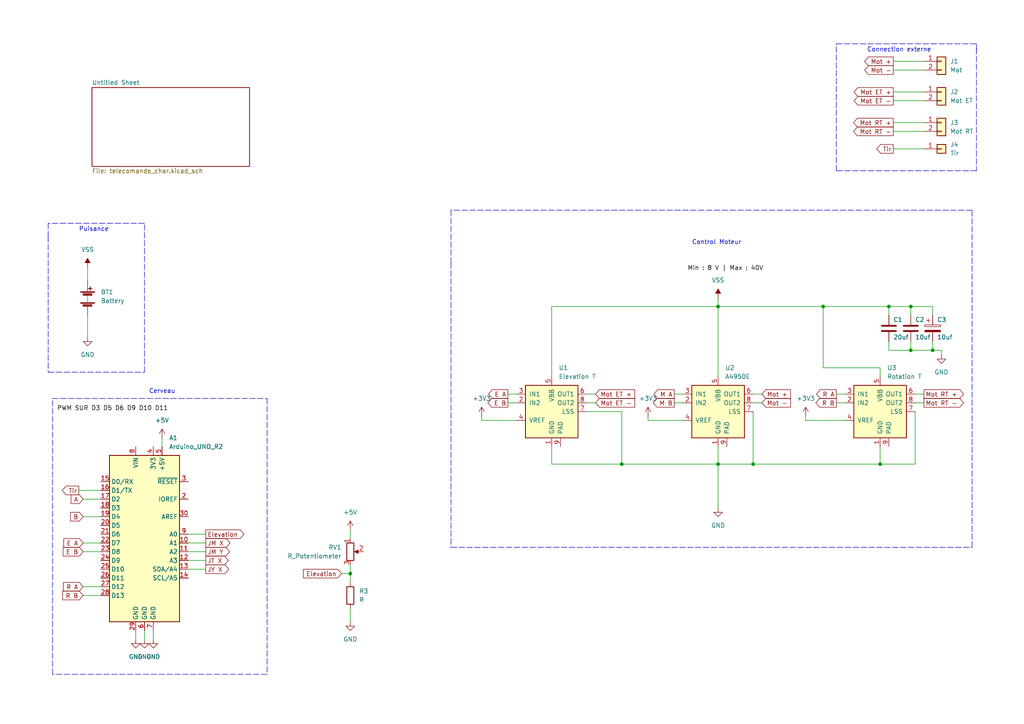
<source format=kicad_sch>
(kicad_sch (version 20211123) (generator eeschema)

  (uuid 4944a988-ebb6-4f36-9428-f5d5ffdf7587)

  (paper "A4")

  (title_block
    (title "System Electrique Du Char")
    (date "22/09/2022")
    (rev "1")
    (company "Kosa-Ivasca Patrick")
  )

  (lib_symbols
    (symbol "Connector_Generic:Conn_01x01" (pin_names (offset 1.016) hide) (in_bom yes) (on_board yes)
      (property "Reference" "J" (id 0) (at 0 2.54 0)
        (effects (font (size 1.27 1.27)))
      )
      (property "Value" "Conn_01x01" (id 1) (at 0 -2.54 0)
        (effects (font (size 1.27 1.27)))
      )
      (property "Footprint" "" (id 2) (at 0 0 0)
        (effects (font (size 1.27 1.27)) hide)
      )
      (property "Datasheet" "~" (id 3) (at 0 0 0)
        (effects (font (size 1.27 1.27)) hide)
      )
      (property "ki_keywords" "connector" (id 4) (at 0 0 0)
        (effects (font (size 1.27 1.27)) hide)
      )
      (property "ki_description" "Generic connector, single row, 01x01, script generated (kicad-library-utils/schlib/autogen/connector/)" (id 5) (at 0 0 0)
        (effects (font (size 1.27 1.27)) hide)
      )
      (property "ki_fp_filters" "Connector*:*_1x??_*" (id 6) (at 0 0 0)
        (effects (font (size 1.27 1.27)) hide)
      )
      (symbol "Conn_01x01_1_1"
        (rectangle (start -1.27 0.127) (end 0 -0.127)
          (stroke (width 0.1524) (type default) (color 0 0 0 0))
          (fill (type none))
        )
        (rectangle (start -1.27 1.27) (end 1.27 -1.27)
          (stroke (width 0.254) (type default) (color 0 0 0 0))
          (fill (type background))
        )
        (pin passive line (at -5.08 0 0) (length 3.81)
          (name "Pin_1" (effects (font (size 1.27 1.27))))
          (number "1" (effects (font (size 1.27 1.27))))
        )
      )
    )
    (symbol "Connector_Generic:Conn_01x02" (pin_names (offset 1.016) hide) (in_bom yes) (on_board yes)
      (property "Reference" "J" (id 0) (at 0 2.54 0)
        (effects (font (size 1.27 1.27)))
      )
      (property "Value" "Conn_01x02" (id 1) (at 0 -5.08 0)
        (effects (font (size 1.27 1.27)))
      )
      (property "Footprint" "" (id 2) (at 0 0 0)
        (effects (font (size 1.27 1.27)) hide)
      )
      (property "Datasheet" "~" (id 3) (at 0 0 0)
        (effects (font (size 1.27 1.27)) hide)
      )
      (property "ki_keywords" "connector" (id 4) (at 0 0 0)
        (effects (font (size 1.27 1.27)) hide)
      )
      (property "ki_description" "Generic connector, single row, 01x02, script generated (kicad-library-utils/schlib/autogen/connector/)" (id 5) (at 0 0 0)
        (effects (font (size 1.27 1.27)) hide)
      )
      (property "ki_fp_filters" "Connector*:*_1x??_*" (id 6) (at 0 0 0)
        (effects (font (size 1.27 1.27)) hide)
      )
      (symbol "Conn_01x02_1_1"
        (rectangle (start -1.27 -2.413) (end 0 -2.667)
          (stroke (width 0.1524) (type default) (color 0 0 0 0))
          (fill (type none))
        )
        (rectangle (start -1.27 0.127) (end 0 -0.127)
          (stroke (width 0.1524) (type default) (color 0 0 0 0))
          (fill (type none))
        )
        (rectangle (start -1.27 1.27) (end 1.27 -3.81)
          (stroke (width 0.254) (type default) (color 0 0 0 0))
          (fill (type background))
        )
        (pin passive line (at -5.08 0 0) (length 3.81)
          (name "Pin_1" (effects (font (size 1.27 1.27))))
          (number "1" (effects (font (size 1.27 1.27))))
        )
        (pin passive line (at -5.08 -2.54 0) (length 3.81)
          (name "Pin_2" (effects (font (size 1.27 1.27))))
          (number "2" (effects (font (size 1.27 1.27))))
        )
      )
    )
    (symbol "Device:Battery" (pin_numbers hide) (pin_names (offset 0) hide) (in_bom yes) (on_board yes)
      (property "Reference" "BT" (id 0) (at 2.54 2.54 0)
        (effects (font (size 1.27 1.27)) (justify left))
      )
      (property "Value" "Battery" (id 1) (at 2.54 0 0)
        (effects (font (size 1.27 1.27)) (justify left))
      )
      (property "Footprint" "" (id 2) (at 0 1.524 90)
        (effects (font (size 1.27 1.27)) hide)
      )
      (property "Datasheet" "~" (id 3) (at 0 1.524 90)
        (effects (font (size 1.27 1.27)) hide)
      )
      (property "ki_keywords" "batt voltage-source cell" (id 4) (at 0 0 0)
        (effects (font (size 1.27 1.27)) hide)
      )
      (property "ki_description" "Multiple-cell battery" (id 5) (at 0 0 0)
        (effects (font (size 1.27 1.27)) hide)
      )
      (symbol "Battery_0_1"
        (rectangle (start -2.032 -1.397) (end 2.032 -1.651)
          (stroke (width 0) (type default) (color 0 0 0 0))
          (fill (type outline))
        )
        (rectangle (start -2.032 1.778) (end 2.032 1.524)
          (stroke (width 0) (type default) (color 0 0 0 0))
          (fill (type outline))
        )
        (rectangle (start -1.3208 -1.9812) (end 1.27 -2.4892)
          (stroke (width 0) (type default) (color 0 0 0 0))
          (fill (type outline))
        )
        (rectangle (start -1.3208 1.1938) (end 1.27 0.6858)
          (stroke (width 0) (type default) (color 0 0 0 0))
          (fill (type outline))
        )
        (polyline
          (pts
            (xy 0 -1.524)
            (xy 0 -1.27)
          )
          (stroke (width 0) (type default) (color 0 0 0 0))
          (fill (type none))
        )
        (polyline
          (pts
            (xy 0 -1.016)
            (xy 0 -0.762)
          )
          (stroke (width 0) (type default) (color 0 0 0 0))
          (fill (type none))
        )
        (polyline
          (pts
            (xy 0 -0.508)
            (xy 0 -0.254)
          )
          (stroke (width 0) (type default) (color 0 0 0 0))
          (fill (type none))
        )
        (polyline
          (pts
            (xy 0 0)
            (xy 0 0.254)
          )
          (stroke (width 0) (type default) (color 0 0 0 0))
          (fill (type none))
        )
        (polyline
          (pts
            (xy 0 0.508)
            (xy 0 0.762)
          )
          (stroke (width 0) (type default) (color 0 0 0 0))
          (fill (type none))
        )
        (polyline
          (pts
            (xy 0 1.778)
            (xy 0 2.54)
          )
          (stroke (width 0) (type default) (color 0 0 0 0))
          (fill (type none))
        )
        (polyline
          (pts
            (xy 0.254 2.667)
            (xy 1.27 2.667)
          )
          (stroke (width 0.254) (type default) (color 0 0 0 0))
          (fill (type none))
        )
        (polyline
          (pts
            (xy 0.762 3.175)
            (xy 0.762 2.159)
          )
          (stroke (width 0.254) (type default) (color 0 0 0 0))
          (fill (type none))
        )
      )
      (symbol "Battery_1_1"
        (pin passive line (at 0 5.08 270) (length 2.54)
          (name "+" (effects (font (size 1.27 1.27))))
          (number "1" (effects (font (size 1.27 1.27))))
        )
        (pin passive line (at 0 -5.08 90) (length 2.54)
          (name "-" (effects (font (size 1.27 1.27))))
          (number "2" (effects (font (size 1.27 1.27))))
        )
      )
    )
    (symbol "Device:C" (pin_numbers hide) (pin_names (offset 0.254)) (in_bom yes) (on_board yes)
      (property "Reference" "C" (id 0) (at 0.635 2.54 0)
        (effects (font (size 1.27 1.27)) (justify left))
      )
      (property "Value" "C" (id 1) (at 0.635 -2.54 0)
        (effects (font (size 1.27 1.27)) (justify left))
      )
      (property "Footprint" "" (id 2) (at 0.9652 -3.81 0)
        (effects (font (size 1.27 1.27)) hide)
      )
      (property "Datasheet" "~" (id 3) (at 0 0 0)
        (effects (font (size 1.27 1.27)) hide)
      )
      (property "ki_keywords" "cap capacitor" (id 4) (at 0 0 0)
        (effects (font (size 1.27 1.27)) hide)
      )
      (property "ki_description" "Unpolarized capacitor" (id 5) (at 0 0 0)
        (effects (font (size 1.27 1.27)) hide)
      )
      (property "ki_fp_filters" "C_*" (id 6) (at 0 0 0)
        (effects (font (size 1.27 1.27)) hide)
      )
      (symbol "C_0_1"
        (polyline
          (pts
            (xy -2.032 -0.762)
            (xy 2.032 -0.762)
          )
          (stroke (width 0.508) (type default) (color 0 0 0 0))
          (fill (type none))
        )
        (polyline
          (pts
            (xy -2.032 0.762)
            (xy 2.032 0.762)
          )
          (stroke (width 0.508) (type default) (color 0 0 0 0))
          (fill (type none))
        )
      )
      (symbol "C_1_1"
        (pin passive line (at 0 3.81 270) (length 2.794)
          (name "~" (effects (font (size 1.27 1.27))))
          (number "1" (effects (font (size 1.27 1.27))))
        )
        (pin passive line (at 0 -3.81 90) (length 2.794)
          (name "~" (effects (font (size 1.27 1.27))))
          (number "2" (effects (font (size 1.27 1.27))))
        )
      )
    )
    (symbol "Device:C_Polarized" (pin_numbers hide) (pin_names (offset 0.254)) (in_bom yes) (on_board yes)
      (property "Reference" "C" (id 0) (at 0.635 2.54 0)
        (effects (font (size 1.27 1.27)) (justify left))
      )
      (property "Value" "C_Polarized" (id 1) (at 0.635 -2.54 0)
        (effects (font (size 1.27 1.27)) (justify left))
      )
      (property "Footprint" "" (id 2) (at 0.9652 -3.81 0)
        (effects (font (size 1.27 1.27)) hide)
      )
      (property "Datasheet" "~" (id 3) (at 0 0 0)
        (effects (font (size 1.27 1.27)) hide)
      )
      (property "ki_keywords" "cap capacitor" (id 4) (at 0 0 0)
        (effects (font (size 1.27 1.27)) hide)
      )
      (property "ki_description" "Polarized capacitor" (id 5) (at 0 0 0)
        (effects (font (size 1.27 1.27)) hide)
      )
      (property "ki_fp_filters" "CP_*" (id 6) (at 0 0 0)
        (effects (font (size 1.27 1.27)) hide)
      )
      (symbol "C_Polarized_0_1"
        (rectangle (start -2.286 0.508) (end 2.286 1.016)
          (stroke (width 0) (type default) (color 0 0 0 0))
          (fill (type none))
        )
        (polyline
          (pts
            (xy -1.778 2.286)
            (xy -0.762 2.286)
          )
          (stroke (width 0) (type default) (color 0 0 0 0))
          (fill (type none))
        )
        (polyline
          (pts
            (xy -1.27 2.794)
            (xy -1.27 1.778)
          )
          (stroke (width 0) (type default) (color 0 0 0 0))
          (fill (type none))
        )
        (rectangle (start 2.286 -0.508) (end -2.286 -1.016)
          (stroke (width 0) (type default) (color 0 0 0 0))
          (fill (type outline))
        )
      )
      (symbol "C_Polarized_1_1"
        (pin passive line (at 0 3.81 270) (length 2.794)
          (name "~" (effects (font (size 1.27 1.27))))
          (number "1" (effects (font (size 1.27 1.27))))
        )
        (pin passive line (at 0 -3.81 90) (length 2.794)
          (name "~" (effects (font (size 1.27 1.27))))
          (number "2" (effects (font (size 1.27 1.27))))
        )
      )
    )
    (symbol "Device:R" (pin_numbers hide) (pin_names (offset 0)) (in_bom yes) (on_board yes)
      (property "Reference" "R" (id 0) (at 2.032 0 90)
        (effects (font (size 1.27 1.27)))
      )
      (property "Value" "R" (id 1) (at 0 0 90)
        (effects (font (size 1.27 1.27)))
      )
      (property "Footprint" "" (id 2) (at -1.778 0 90)
        (effects (font (size 1.27 1.27)) hide)
      )
      (property "Datasheet" "~" (id 3) (at 0 0 0)
        (effects (font (size 1.27 1.27)) hide)
      )
      (property "ki_keywords" "R res resistor" (id 4) (at 0 0 0)
        (effects (font (size 1.27 1.27)) hide)
      )
      (property "ki_description" "Resistor" (id 5) (at 0 0 0)
        (effects (font (size 1.27 1.27)) hide)
      )
      (property "ki_fp_filters" "R_*" (id 6) (at 0 0 0)
        (effects (font (size 1.27 1.27)) hide)
      )
      (symbol "R_0_1"
        (rectangle (start -1.016 -2.54) (end 1.016 2.54)
          (stroke (width 0.254) (type default) (color 0 0 0 0))
          (fill (type none))
        )
      )
      (symbol "R_1_1"
        (pin passive line (at 0 3.81 270) (length 1.27)
          (name "~" (effects (font (size 1.27 1.27))))
          (number "1" (effects (font (size 1.27 1.27))))
        )
        (pin passive line (at 0 -3.81 90) (length 1.27)
          (name "~" (effects (font (size 1.27 1.27))))
          (number "2" (effects (font (size 1.27 1.27))))
        )
      )
    )
    (symbol "Device:R_Potentiometer" (pin_names (offset 1.016) hide) (in_bom yes) (on_board yes)
      (property "Reference" "RV" (id 0) (at -4.445 0 90)
        (effects (font (size 1.27 1.27)))
      )
      (property "Value" "R_Potentiometer" (id 1) (at -2.54 0 90)
        (effects (font (size 1.27 1.27)))
      )
      (property "Footprint" "" (id 2) (at 0 0 0)
        (effects (font (size 1.27 1.27)) hide)
      )
      (property "Datasheet" "~" (id 3) (at 0 0 0)
        (effects (font (size 1.27 1.27)) hide)
      )
      (property "ki_keywords" "resistor variable" (id 4) (at 0 0 0)
        (effects (font (size 1.27 1.27)) hide)
      )
      (property "ki_description" "Potentiometer" (id 5) (at 0 0 0)
        (effects (font (size 1.27 1.27)) hide)
      )
      (property "ki_fp_filters" "Potentiometer*" (id 6) (at 0 0 0)
        (effects (font (size 1.27 1.27)) hide)
      )
      (symbol "R_Potentiometer_0_1"
        (polyline
          (pts
            (xy 2.54 0)
            (xy 1.524 0)
          )
          (stroke (width 0) (type default) (color 0 0 0 0))
          (fill (type none))
        )
        (polyline
          (pts
            (xy 1.143 0)
            (xy 2.286 0.508)
            (xy 2.286 -0.508)
            (xy 1.143 0)
          )
          (stroke (width 0) (type default) (color 0 0 0 0))
          (fill (type outline))
        )
        (rectangle (start 1.016 2.54) (end -1.016 -2.54)
          (stroke (width 0.254) (type default) (color 0 0 0 0))
          (fill (type none))
        )
      )
      (symbol "R_Potentiometer_1_1"
        (pin passive line (at 0 3.81 270) (length 1.27)
          (name "1" (effects (font (size 1.27 1.27))))
          (number "1" (effects (font (size 1.27 1.27))))
        )
        (pin passive line (at 3.81 0 180) (length 1.27)
          (name "2" (effects (font (size 1.27 1.27))))
          (number "2" (effects (font (size 1.27 1.27))))
        )
        (pin passive line (at 0 -3.81 90) (length 1.27)
          (name "3" (effects (font (size 1.27 1.27))))
          (number "3" (effects (font (size 1.27 1.27))))
        )
      )
    )
    (symbol "Driver_Motor:A4950E" (pin_names (offset 1.016)) (in_bom yes) (on_board yes)
      (property "Reference" "U" (id 0) (at -7.62 8.89 0)
        (effects (font (size 1.27 1.27)) (justify left))
      )
      (property "Value" "A4950E" (id 1) (at 5.08 8.89 0)
        (effects (font (size 1.27 1.27)) (justify left))
      )
      (property "Footprint" "Package_SO:SOIC-8-1EP_3.9x4.9mm_P1.27mm_EP2.41x3.3mm" (id 2) (at 0 -13.97 0)
        (effects (font (size 1.27 1.27)) hide)
      )
      (property "Datasheet" "http://www.allegromicro.com/~/media/Files/Datasheets/A4950-Datasheet.ashx" (id 3) (at -7.62 8.89 0)
        (effects (font (size 1.27 1.27)) hide)
      )
      (property "ki_keywords" "full-bridge h-bridge" (id 4) (at 0 0 0)
        (effects (font (size 1.27 1.27)) hide)
      )
      (property "ki_description" "Full-Bridge, DMOS PWM, Motor Driver, 40V, 3.5A, -40 to +85C" (id 5) (at 0 0 0)
        (effects (font (size 1.27 1.27)) hide)
      )
      (property "ki_fp_filters" "SOIC-*1EP*" (id 6) (at 0 0 0)
        (effects (font (size 1.27 1.27)) hide)
      )
      (symbol "A4950E_0_1"
        (rectangle (start -7.62 7.62) (end 7.62 -7.62)
          (stroke (width 0.254) (type default) (color 0 0 0 0))
          (fill (type background))
        )
      )
      (symbol "A4950E_1_1"
        (pin power_in line (at 0 -10.16 90) (length 2.54)
          (name "GND" (effects (font (size 1.27 1.27))))
          (number "1" (effects (font (size 1.27 1.27))))
        )
        (pin input line (at -10.16 2.54 0) (length 2.54)
          (name "IN2" (effects (font (size 1.27 1.27))))
          (number "2" (effects (font (size 1.27 1.27))))
        )
        (pin input line (at -10.16 5.08 0) (length 2.54)
          (name "IN1" (effects (font (size 1.27 1.27))))
          (number "3" (effects (font (size 1.27 1.27))))
        )
        (pin passive line (at -10.16 -2.54 0) (length 2.54)
          (name "VREF" (effects (font (size 1.27 1.27))))
          (number "4" (effects (font (size 1.27 1.27))))
        )
        (pin power_in line (at 0 10.16 270) (length 2.54)
          (name "VBB" (effects (font (size 1.27 1.27))))
          (number "5" (effects (font (size 1.27 1.27))))
        )
        (pin power_out line (at 10.16 5.08 180) (length 2.54)
          (name "OUT1" (effects (font (size 1.27 1.27))))
          (number "6" (effects (font (size 1.27 1.27))))
        )
        (pin power_in line (at 10.16 0 180) (length 2.54)
          (name "LSS" (effects (font (size 1.27 1.27))))
          (number "7" (effects (font (size 1.27 1.27))))
        )
        (pin power_out line (at 10.16 2.54 180) (length 2.54)
          (name "OUT2" (effects (font (size 1.27 1.27))))
          (number "8" (effects (font (size 1.27 1.27))))
        )
        (pin power_in line (at 2.54 -10.16 90) (length 2.54)
          (name "PAD" (effects (font (size 1.27 1.27))))
          (number "9" (effects (font (size 1.27 1.27))))
        )
      )
    )
    (symbol "MCU_Module:Arduino_UNO_R2" (in_bom yes) (on_board yes)
      (property "Reference" "A" (id 0) (at -10.16 23.495 0)
        (effects (font (size 1.27 1.27)) (justify left bottom))
      )
      (property "Value" "Arduino_UNO_R2" (id 1) (at 5.08 -26.67 0)
        (effects (font (size 1.27 1.27)) (justify left top))
      )
      (property "Footprint" "Module:Arduino_UNO_R2" (id 2) (at 0 0 0)
        (effects (font (size 1.27 1.27) italic) hide)
      )
      (property "Datasheet" "https://www.arduino.cc/en/Main/arduinoBoardUno" (id 3) (at 0 0 0)
        (effects (font (size 1.27 1.27)) hide)
      )
      (property "ki_keywords" "Arduino UNO R3 Microcontroller Module Atmel AVR USB" (id 4) (at 0 0 0)
        (effects (font (size 1.27 1.27)) hide)
      )
      (property "ki_description" "Arduino UNO Microcontroller Module, release 2" (id 5) (at 0 0 0)
        (effects (font (size 1.27 1.27)) hide)
      )
      (property "ki_fp_filters" "Arduino*UNO*R2*" (id 6) (at 0 0 0)
        (effects (font (size 1.27 1.27)) hide)
      )
      (symbol "Arduino_UNO_R2_0_1"
        (rectangle (start -10.16 22.86) (end 10.16 -25.4)
          (stroke (width 0.254) (type default) (color 0 0 0 0))
          (fill (type background))
        )
      )
      (symbol "Arduino_UNO_R2_1_1"
        (pin no_connect line (at -10.16 -20.32 0) (length 2.54) hide
          (name "NC" (effects (font (size 1.27 1.27))))
          (number "1" (effects (font (size 1.27 1.27))))
        )
        (pin bidirectional line (at 12.7 -2.54 180) (length 2.54)
          (name "A1" (effects (font (size 1.27 1.27))))
          (number "10" (effects (font (size 1.27 1.27))))
        )
        (pin bidirectional line (at 12.7 -5.08 180) (length 2.54)
          (name "A2" (effects (font (size 1.27 1.27))))
          (number "11" (effects (font (size 1.27 1.27))))
        )
        (pin bidirectional line (at 12.7 -7.62 180) (length 2.54)
          (name "A3" (effects (font (size 1.27 1.27))))
          (number "12" (effects (font (size 1.27 1.27))))
        )
        (pin bidirectional line (at 12.7 -10.16 180) (length 2.54)
          (name "SDA/A4" (effects (font (size 1.27 1.27))))
          (number "13" (effects (font (size 1.27 1.27))))
        )
        (pin bidirectional line (at 12.7 -12.7 180) (length 2.54)
          (name "SCL/A5" (effects (font (size 1.27 1.27))))
          (number "14" (effects (font (size 1.27 1.27))))
        )
        (pin bidirectional line (at -12.7 15.24 0) (length 2.54)
          (name "D0/RX" (effects (font (size 1.27 1.27))))
          (number "15" (effects (font (size 1.27 1.27))))
        )
        (pin bidirectional line (at -12.7 12.7 0) (length 2.54)
          (name "D1/TX" (effects (font (size 1.27 1.27))))
          (number "16" (effects (font (size 1.27 1.27))))
        )
        (pin bidirectional line (at -12.7 10.16 0) (length 2.54)
          (name "D2" (effects (font (size 1.27 1.27))))
          (number "17" (effects (font (size 1.27 1.27))))
        )
        (pin bidirectional line (at -12.7 7.62 0) (length 2.54)
          (name "D3" (effects (font (size 1.27 1.27))))
          (number "18" (effects (font (size 1.27 1.27))))
        )
        (pin bidirectional line (at -12.7 5.08 0) (length 2.54)
          (name "D4" (effects (font (size 1.27 1.27))))
          (number "19" (effects (font (size 1.27 1.27))))
        )
        (pin output line (at 12.7 10.16 180) (length 2.54)
          (name "IOREF" (effects (font (size 1.27 1.27))))
          (number "2" (effects (font (size 1.27 1.27))))
        )
        (pin bidirectional line (at -12.7 2.54 0) (length 2.54)
          (name "D5" (effects (font (size 1.27 1.27))))
          (number "20" (effects (font (size 1.27 1.27))))
        )
        (pin bidirectional line (at -12.7 0 0) (length 2.54)
          (name "D6" (effects (font (size 1.27 1.27))))
          (number "21" (effects (font (size 1.27 1.27))))
        )
        (pin bidirectional line (at -12.7 -2.54 0) (length 2.54)
          (name "D7" (effects (font (size 1.27 1.27))))
          (number "22" (effects (font (size 1.27 1.27))))
        )
        (pin bidirectional line (at -12.7 -5.08 0) (length 2.54)
          (name "D8" (effects (font (size 1.27 1.27))))
          (number "23" (effects (font (size 1.27 1.27))))
        )
        (pin bidirectional line (at -12.7 -7.62 0) (length 2.54)
          (name "D9" (effects (font (size 1.27 1.27))))
          (number "24" (effects (font (size 1.27 1.27))))
        )
        (pin bidirectional line (at -12.7 -10.16 0) (length 2.54)
          (name "D10" (effects (font (size 1.27 1.27))))
          (number "25" (effects (font (size 1.27 1.27))))
        )
        (pin bidirectional line (at -12.7 -12.7 0) (length 2.54)
          (name "D11" (effects (font (size 1.27 1.27))))
          (number "26" (effects (font (size 1.27 1.27))))
        )
        (pin bidirectional line (at -12.7 -15.24 0) (length 2.54)
          (name "D12" (effects (font (size 1.27 1.27))))
          (number "27" (effects (font (size 1.27 1.27))))
        )
        (pin bidirectional line (at -12.7 -17.78 0) (length 2.54)
          (name "D13" (effects (font (size 1.27 1.27))))
          (number "28" (effects (font (size 1.27 1.27))))
        )
        (pin power_in line (at -2.54 -27.94 90) (length 2.54)
          (name "GND" (effects (font (size 1.27 1.27))))
          (number "29" (effects (font (size 1.27 1.27))))
        )
        (pin input line (at 12.7 15.24 180) (length 2.54)
          (name "~{RESET}" (effects (font (size 1.27 1.27))))
          (number "3" (effects (font (size 1.27 1.27))))
        )
        (pin input line (at 12.7 5.08 180) (length 2.54)
          (name "AREF" (effects (font (size 1.27 1.27))))
          (number "30" (effects (font (size 1.27 1.27))))
        )
        (pin power_out line (at 2.54 25.4 270) (length 2.54)
          (name "3V3" (effects (font (size 1.27 1.27))))
          (number "4" (effects (font (size 1.27 1.27))))
        )
        (pin power_out line (at 5.08 25.4 270) (length 2.54)
          (name "+5V" (effects (font (size 1.27 1.27))))
          (number "5" (effects (font (size 1.27 1.27))))
        )
        (pin power_in line (at 0 -27.94 90) (length 2.54)
          (name "GND" (effects (font (size 1.27 1.27))))
          (number "6" (effects (font (size 1.27 1.27))))
        )
        (pin power_in line (at 2.54 -27.94 90) (length 2.54)
          (name "GND" (effects (font (size 1.27 1.27))))
          (number "7" (effects (font (size 1.27 1.27))))
        )
        (pin power_in line (at -2.54 25.4 270) (length 2.54)
          (name "VIN" (effects (font (size 1.27 1.27))))
          (number "8" (effects (font (size 1.27 1.27))))
        )
        (pin bidirectional line (at 12.7 0 180) (length 2.54)
          (name "A0" (effects (font (size 1.27 1.27))))
          (number "9" (effects (font (size 1.27 1.27))))
        )
      )
    )
    (symbol "power:+3V3" (power) (pin_names (offset 0)) (in_bom yes) (on_board yes)
      (property "Reference" "#PWR" (id 0) (at 0 -3.81 0)
        (effects (font (size 1.27 1.27)) hide)
      )
      (property "Value" "+3V3" (id 1) (at 0 3.556 0)
        (effects (font (size 1.27 1.27)))
      )
      (property "Footprint" "" (id 2) (at 0 0 0)
        (effects (font (size 1.27 1.27)) hide)
      )
      (property "Datasheet" "" (id 3) (at 0 0 0)
        (effects (font (size 1.27 1.27)) hide)
      )
      (property "ki_keywords" "power-flag" (id 4) (at 0 0 0)
        (effects (font (size 1.27 1.27)) hide)
      )
      (property "ki_description" "Power symbol creates a global label with name \"+3V3\"" (id 5) (at 0 0 0)
        (effects (font (size 1.27 1.27)) hide)
      )
      (symbol "+3V3_0_1"
        (polyline
          (pts
            (xy -0.762 1.27)
            (xy 0 2.54)
          )
          (stroke (width 0) (type default) (color 0 0 0 0))
          (fill (type none))
        )
        (polyline
          (pts
            (xy 0 0)
            (xy 0 2.54)
          )
          (stroke (width 0) (type default) (color 0 0 0 0))
          (fill (type none))
        )
        (polyline
          (pts
            (xy 0 2.54)
            (xy 0.762 1.27)
          )
          (stroke (width 0) (type default) (color 0 0 0 0))
          (fill (type none))
        )
      )
      (symbol "+3V3_1_1"
        (pin power_in line (at 0 0 90) (length 0) hide
          (name "+3V3" (effects (font (size 1.27 1.27))))
          (number "1" (effects (font (size 1.27 1.27))))
        )
      )
    )
    (symbol "power:+5V" (power) (pin_names (offset 0)) (in_bom yes) (on_board yes)
      (property "Reference" "#PWR" (id 0) (at 0 -3.81 0)
        (effects (font (size 1.27 1.27)) hide)
      )
      (property "Value" "+5V" (id 1) (at 0 3.556 0)
        (effects (font (size 1.27 1.27)))
      )
      (property "Footprint" "" (id 2) (at 0 0 0)
        (effects (font (size 1.27 1.27)) hide)
      )
      (property "Datasheet" "" (id 3) (at 0 0 0)
        (effects (font (size 1.27 1.27)) hide)
      )
      (property "ki_keywords" "power-flag" (id 4) (at 0 0 0)
        (effects (font (size 1.27 1.27)) hide)
      )
      (property "ki_description" "Power symbol creates a global label with name \"+5V\"" (id 5) (at 0 0 0)
        (effects (font (size 1.27 1.27)) hide)
      )
      (symbol "+5V_0_1"
        (polyline
          (pts
            (xy -0.762 1.27)
            (xy 0 2.54)
          )
          (stroke (width 0) (type default) (color 0 0 0 0))
          (fill (type none))
        )
        (polyline
          (pts
            (xy 0 0)
            (xy 0 2.54)
          )
          (stroke (width 0) (type default) (color 0 0 0 0))
          (fill (type none))
        )
        (polyline
          (pts
            (xy 0 2.54)
            (xy 0.762 1.27)
          )
          (stroke (width 0) (type default) (color 0 0 0 0))
          (fill (type none))
        )
      )
      (symbol "+5V_1_1"
        (pin power_in line (at 0 0 90) (length 0) hide
          (name "+5V" (effects (font (size 1.27 1.27))))
          (number "1" (effects (font (size 1.27 1.27))))
        )
      )
    )
    (symbol "power:GND" (power) (pin_names (offset 0)) (in_bom yes) (on_board yes)
      (property "Reference" "#PWR" (id 0) (at 0 -6.35 0)
        (effects (font (size 1.27 1.27)) hide)
      )
      (property "Value" "GND" (id 1) (at 0 -3.81 0)
        (effects (font (size 1.27 1.27)))
      )
      (property "Footprint" "" (id 2) (at 0 0 0)
        (effects (font (size 1.27 1.27)) hide)
      )
      (property "Datasheet" "" (id 3) (at 0 0 0)
        (effects (font (size 1.27 1.27)) hide)
      )
      (property "ki_keywords" "power-flag" (id 4) (at 0 0 0)
        (effects (font (size 1.27 1.27)) hide)
      )
      (property "ki_description" "Power symbol creates a global label with name \"GND\" , ground" (id 5) (at 0 0 0)
        (effects (font (size 1.27 1.27)) hide)
      )
      (symbol "GND_0_1"
        (polyline
          (pts
            (xy 0 0)
            (xy 0 -1.27)
            (xy 1.27 -1.27)
            (xy 0 -2.54)
            (xy -1.27 -1.27)
            (xy 0 -1.27)
          )
          (stroke (width 0) (type default) (color 0 0 0 0))
          (fill (type none))
        )
      )
      (symbol "GND_1_1"
        (pin power_in line (at 0 0 270) (length 0) hide
          (name "GND" (effects (font (size 1.27 1.27))))
          (number "1" (effects (font (size 1.27 1.27))))
        )
      )
    )
    (symbol "power:VSS" (power) (pin_names (offset 0)) (in_bom yes) (on_board yes)
      (property "Reference" "#PWR" (id 0) (at 0 -3.81 0)
        (effects (font (size 1.27 1.27)) hide)
      )
      (property "Value" "VSS" (id 1) (at 0 3.81 0)
        (effects (font (size 1.27 1.27)))
      )
      (property "Footprint" "" (id 2) (at 0 0 0)
        (effects (font (size 1.27 1.27)) hide)
      )
      (property "Datasheet" "" (id 3) (at 0 0 0)
        (effects (font (size 1.27 1.27)) hide)
      )
      (property "ki_keywords" "power-flag" (id 4) (at 0 0 0)
        (effects (font (size 1.27 1.27)) hide)
      )
      (property "ki_description" "Power symbol creates a global label with name \"VSS\"" (id 5) (at 0 0 0)
        (effects (font (size 1.27 1.27)) hide)
      )
      (symbol "VSS_0_1"
        (polyline
          (pts
            (xy 0 0)
            (xy 0 2.54)
          )
          (stroke (width 0) (type default) (color 0 0 0 0))
          (fill (type none))
        )
        (polyline
          (pts
            (xy 0.762 1.27)
            (xy -0.762 1.27)
            (xy 0 2.54)
            (xy 0.762 1.27)
          )
          (stroke (width 0) (type default) (color 0 0 0 0))
          (fill (type outline))
        )
      )
      (symbol "VSS_1_1"
        (pin power_in line (at 0 0 90) (length 0) hide
          (name "VSS" (effects (font (size 1.27 1.27))))
          (number "1" (effects (font (size 1.27 1.27))))
        )
      )
    )
  )

  (junction (at 208.28 88.9) (diameter 0) (color 0 0 0 0)
    (uuid 3c64005e-7dfa-4594-a03f-ee3752c4fe2e)
  )
  (junction (at 264.16 88.9) (diameter 0) (color 0 0 0 0)
    (uuid 4b517932-2eb7-4813-96d8-d07778506f8a)
  )
  (junction (at 101.6 166.37) (diameter 0) (color 0 0 0 0)
    (uuid 4d6d0e77-3dd0-4377-a340-747ca4c6c878)
  )
  (junction (at 255.27 134.62) (diameter 0) (color 0 0 0 0)
    (uuid 5ed5fa22-3ca5-4d82-a6af-84afa2bc3da4)
  )
  (junction (at 180.34 134.62) (diameter 0) (color 0 0 0 0)
    (uuid 673915cf-8c77-4a0c-bcb6-bef6b69f1f82)
  )
  (junction (at 264.16 101.6) (diameter 0) (color 0 0 0 0)
    (uuid 79eec17f-d7bb-4dac-830c-6e8b1b4e14ca)
  )
  (junction (at 218.44 134.62) (diameter 0) (color 0 0 0 0)
    (uuid 82c41082-0c4a-458e-b0b0-b512a226406c)
  )
  (junction (at 270.51 101.6) (diameter 0) (color 0 0 0 0)
    (uuid 91f8aa62-2a66-48a5-88cb-59b167bb2362)
  )
  (junction (at 238.76 88.9) (diameter 0) (color 0 0 0 0)
    (uuid c1cf706c-faa7-459e-a432-6c0c5986e58c)
  )
  (junction (at 208.28 134.62) (diameter 0) (color 0 0 0 0)
    (uuid dad3d88b-d65b-405c-9af3-d24b6f4a3684)
  )
  (junction (at 257.81 88.9) (diameter 0) (color 0 0 0 0)
    (uuid ef737bd2-fcee-4959-a99a-73aa8636956e)
  )

  (wire (pts (xy 218.44 116.84) (xy 220.98 116.84))
    (stroke (width 0) (type default) (color 0 0 0 0))
    (uuid 00d6a539-05f1-4220-b956-6cc8bdb7d21e)
  )
  (wire (pts (xy 160.02 134.62) (xy 180.34 134.62))
    (stroke (width 0) (type default) (color 0 0 0 0))
    (uuid 045f5bc8-b9fc-4bce-9f31-3cccb5230018)
  )
  (wire (pts (xy 218.44 119.38) (xy 218.44 134.62))
    (stroke (width 0) (type default) (color 0 0 0 0))
    (uuid 0648420b-c752-4ac0-9297-45633c5ffa17)
  )
  (wire (pts (xy 195.58 116.84) (xy 198.12 116.84))
    (stroke (width 0) (type default) (color 0 0 0 0))
    (uuid 06c82f4b-1aca-42da-8c83-a4d20af52db9)
  )
  (wire (pts (xy 187.96 120.65) (xy 187.96 121.92))
    (stroke (width 0) (type default) (color 0 0 0 0))
    (uuid 07268e03-b430-4536-b2c1-18a3f0f5878a)
  )
  (wire (pts (xy 147.32 114.3) (xy 149.86 114.3))
    (stroke (width 0) (type default) (color 0 0 0 0))
    (uuid 07a43780-d53d-4ab3-914c-7e43dd829f78)
  )
  (wire (pts (xy 160.02 88.9) (xy 208.28 88.9))
    (stroke (width 0) (type default) (color 0 0 0 0))
    (uuid 0812ef8f-ba31-4afa-a054-0a69141b8284)
  )
  (wire (pts (xy 265.43 114.3) (xy 267.97 114.3))
    (stroke (width 0) (type default) (color 0 0 0 0))
    (uuid 0923daa3-975a-4158-b0f8-d8e5007d9abc)
  )
  (wire (pts (xy 238.76 88.9) (xy 238.76 106.68))
    (stroke (width 0) (type default) (color 0 0 0 0))
    (uuid 0a65d637-105b-4af3-8bd1-afbc2b085e67)
  )
  (wire (pts (xy 265.43 134.62) (xy 255.27 134.62))
    (stroke (width 0) (type default) (color 0 0 0 0))
    (uuid 0bacfb31-8965-461b-b894-778f819409e8)
  )
  (wire (pts (xy 208.28 88.9) (xy 238.76 88.9))
    (stroke (width 0) (type default) (color 0 0 0 0))
    (uuid 0e754c4c-21bc-404d-acbd-ce5dfa7c37cb)
  )
  (wire (pts (xy 208.28 86.36) (xy 208.28 88.9))
    (stroke (width 0) (type default) (color 0 0 0 0))
    (uuid 1aa6a0c0-6ad1-4d5f-8685-68a78facfdf5)
  )
  (wire (pts (xy 170.18 119.38) (xy 180.34 119.38))
    (stroke (width 0) (type default) (color 0 0 0 0))
    (uuid 1eb7d894-e15b-4d62-9eb8-cc782836491a)
  )
  (wire (pts (xy 24.13 149.86) (xy 29.21 149.86))
    (stroke (width 0) (type default) (color 0 0 0 0))
    (uuid 1f63858b-9381-4bc3-9ba5-e386b2d5b9d7)
  )
  (wire (pts (xy 22.86 142.24) (xy 29.21 142.24))
    (stroke (width 0) (type default) (color 0 0 0 0))
    (uuid 21633c0f-4177-4028-9f24-b57c0875836a)
  )
  (polyline (pts (xy 13.97 64.77) (xy 13.97 69.85))
    (stroke (width 0) (type default) (color 0 0 0 0))
    (uuid 2177b7f3-2e9b-4d4b-97ec-87cb5969249f)
  )

  (wire (pts (xy 54.61 160.02) (xy 59.69 160.02))
    (stroke (width 0) (type default) (color 0 0 0 0))
    (uuid 2184578e-3894-4f64-8441-092e3339d6ce)
  )
  (wire (pts (xy 259.08 38.1) (xy 267.97 38.1))
    (stroke (width 0) (type default) (color 0 0 0 0))
    (uuid 279df871-8199-4cd9-b2c0-b347c8d793ae)
  )
  (wire (pts (xy 24.13 157.48) (xy 29.21 157.48))
    (stroke (width 0) (type default) (color 0 0 0 0))
    (uuid 282dfd02-8cc6-47d4-a085-292a5562ca2b)
  )
  (wire (pts (xy 147.32 116.84) (xy 149.86 116.84))
    (stroke (width 0) (type default) (color 0 0 0 0))
    (uuid 29386a45-4753-433a-9df1-f0d5f09ba15b)
  )
  (wire (pts (xy 180.34 119.38) (xy 180.34 134.62))
    (stroke (width 0) (type default) (color 0 0 0 0))
    (uuid 29ca50c6-394d-4e60-b141-916198a94f8a)
  )
  (polyline (pts (xy 130.81 158.75) (xy 281.94 158.75))
    (stroke (width 0) (type default) (color 0 0 0 0))
    (uuid 2ee18447-773f-4d0d-84d0-e3265628a9d2)
  )

  (wire (pts (xy 259.08 17.78) (xy 267.97 17.78))
    (stroke (width 0) (type default) (color 0 0 0 0))
    (uuid 32c78ded-e1b3-4663-8e75-46e5b75276ce)
  )
  (wire (pts (xy 273.05 101.6) (xy 273.05 102.87))
    (stroke (width 0) (type default) (color 0 0 0 0))
    (uuid 33d60114-09c9-433f-9543-13177183a667)
  )
  (polyline (pts (xy 41.91 107.95) (xy 41.91 64.77))
    (stroke (width 0) (type default) (color 0 0 0 0))
    (uuid 351d9cff-b562-4081-be18-991130d7fa26)
  )

  (wire (pts (xy 255.27 134.62) (xy 218.44 134.62))
    (stroke (width 0) (type default) (color 0 0 0 0))
    (uuid 38b9925f-7a9d-4dc6-9ed5-74575131a45d)
  )
  (wire (pts (xy 218.44 114.3) (xy 220.98 114.3))
    (stroke (width 0) (type default) (color 0 0 0 0))
    (uuid 39dd6594-1d59-4d31-9a75-4451f311c3f6)
  )
  (wire (pts (xy 44.45 182.88) (xy 44.45 185.42))
    (stroke (width 0) (type default) (color 0 0 0 0))
    (uuid 3d4ad0f8-2a5d-410b-b43b-5bda43045bb4)
  )
  (wire (pts (xy 208.28 134.62) (xy 208.28 147.32))
    (stroke (width 0) (type default) (color 0 0 0 0))
    (uuid 41376a07-c651-4203-aa54-b8d9002a771e)
  )
  (wire (pts (xy 195.58 114.3) (xy 198.12 114.3))
    (stroke (width 0) (type default) (color 0 0 0 0))
    (uuid 482a7964-350b-4151-bef1-b0d47f5df176)
  )
  (wire (pts (xy 264.16 91.44) (xy 264.16 88.9))
    (stroke (width 0) (type default) (color 0 0 0 0))
    (uuid 4b1bf63a-087a-4c60-bdc1-99b01080fa98)
  )
  (polyline (pts (xy 283.21 12.7) (xy 283.21 15.24))
    (stroke (width 0) (type default) (color 0 0 0 0))
    (uuid 4e7eae49-f842-4bb5-bdc7-63942d5c9f87)
  )

  (wire (pts (xy 101.6 166.37) (xy 101.6 168.91))
    (stroke (width 0) (type default) (color 0 0 0 0))
    (uuid 4e9fe2aa-74b5-4c52-8334-3c8c6113f12f)
  )
  (wire (pts (xy 139.7 121.92) (xy 149.86 121.92))
    (stroke (width 0) (type default) (color 0 0 0 0))
    (uuid 4ee6f8a7-05a2-4e2b-9d5d-27a5734d504f)
  )
  (wire (pts (xy 233.68 120.65) (xy 233.68 121.92))
    (stroke (width 0) (type default) (color 0 0 0 0))
    (uuid 4fa56200-af3a-46a6-90fb-f450c1303674)
  )
  (wire (pts (xy 233.68 121.92) (xy 245.11 121.92))
    (stroke (width 0) (type default) (color 0 0 0 0))
    (uuid 51940e20-6fb5-4e75-9290-94690ca6c201)
  )
  (polyline (pts (xy 242.57 12.7) (xy 283.21 12.7))
    (stroke (width 0) (type default) (color 0 0 0 0))
    (uuid 5ac7b737-3bf5-4370-9c16-e9fe15729cba)
  )

  (wire (pts (xy 46.99 127) (xy 46.99 129.54))
    (stroke (width 0) (type default) (color 0 0 0 0))
    (uuid 5b5d042b-de77-4320-8691-0cab7372699b)
  )
  (wire (pts (xy 24.13 144.78) (xy 29.21 144.78))
    (stroke (width 0) (type default) (color 0 0 0 0))
    (uuid 5ee7fe47-49bf-4ab0-815c-4b3c0c9518d9)
  )
  (wire (pts (xy 270.51 91.44) (xy 270.51 88.9))
    (stroke (width 0) (type default) (color 0 0 0 0))
    (uuid 5fd7576a-9b23-4b50-a626-7842185935db)
  )
  (polyline (pts (xy 281.94 158.75) (xy 281.94 60.96))
    (stroke (width 0) (type default) (color 0 0 0 0))
    (uuid 65fc55ee-5aa2-4e6c-aae1-d38466a7a049)
  )

  (wire (pts (xy 259.08 26.67) (xy 267.97 26.67))
    (stroke (width 0) (type default) (color 0 0 0 0))
    (uuid 67f88123-8cb4-4192-b14b-78e6f9d6a530)
  )
  (wire (pts (xy 99.06 166.37) (xy 101.6 166.37))
    (stroke (width 0) (type default) (color 0 0 0 0))
    (uuid 6849f51b-615e-4045-94b0-7d8f1b1d3749)
  )
  (wire (pts (xy 270.51 101.6) (xy 273.05 101.6))
    (stroke (width 0) (type default) (color 0 0 0 0))
    (uuid 69691805-37a3-464e-a7a0-78d3f60ac52c)
  )
  (polyline (pts (xy 15.24 195.58) (xy 15.24 115.57))
    (stroke (width 0) (type default) (color 0 0 0 0))
    (uuid 696caa8f-8401-4a5b-8d63-0f9ed88ae35d)
  )

  (wire (pts (xy 259.08 20.32) (xy 267.97 20.32))
    (stroke (width 0) (type default) (color 0 0 0 0))
    (uuid 69786884-62e5-49a1-aa4b-a2418e53f668)
  )
  (wire (pts (xy 238.76 88.9) (xy 257.81 88.9))
    (stroke (width 0) (type default) (color 0 0 0 0))
    (uuid 6a60a953-a92c-4677-9e5b-bc2cf9db1840)
  )
  (wire (pts (xy 54.61 154.94) (xy 59.69 154.94))
    (stroke (width 0) (type default) (color 0 0 0 0))
    (uuid 6ab22a95-b91b-42da-9956-c3d235def946)
  )
  (wire (pts (xy 259.08 35.56) (xy 267.97 35.56))
    (stroke (width 0) (type default) (color 0 0 0 0))
    (uuid 6dfcc3a8-8f5b-43cd-ac57-1656c3aa8625)
  )
  (wire (pts (xy 54.61 157.48) (xy 59.69 157.48))
    (stroke (width 0) (type default) (color 0 0 0 0))
    (uuid 707aadcf-adf7-4545-b916-73c3ded0e4f9)
  )
  (wire (pts (xy 270.51 88.9) (xy 264.16 88.9))
    (stroke (width 0) (type default) (color 0 0 0 0))
    (uuid 7232edbc-039e-4e3c-ae0c-d2d84b652ac4)
  )
  (wire (pts (xy 208.28 129.54) (xy 208.28 134.62))
    (stroke (width 0) (type default) (color 0 0 0 0))
    (uuid 7a44c14e-a535-46ae-8c5f-e7c4bbd20a74)
  )
  (wire (pts (xy 39.37 182.88) (xy 39.37 185.42))
    (stroke (width 0) (type default) (color 0 0 0 0))
    (uuid 8347ce76-457c-4466-8c71-bd4cf154bee2)
  )
  (wire (pts (xy 208.28 109.22) (xy 208.28 88.9))
    (stroke (width 0) (type default) (color 0 0 0 0))
    (uuid 83c93eee-f551-47b2-9055-42cf9ba8f2fa)
  )
  (wire (pts (xy 24.13 160.02) (xy 29.21 160.02))
    (stroke (width 0) (type default) (color 0 0 0 0))
    (uuid 88e2d707-8145-4186-8832-f62623616eda)
  )
  (polyline (pts (xy 130.81 76.2) (xy 130.81 158.75))
    (stroke (width 0) (type default) (color 0 0 0 0))
    (uuid 8a1978b1-56de-40b0-986f-7784903a5e39)
  )

  (wire (pts (xy 54.61 165.1) (xy 59.69 165.1))
    (stroke (width 0) (type default) (color 0 0 0 0))
    (uuid 8a9c729b-ff42-4368-bb47-e32bd0b186a2)
  )
  (wire (pts (xy 160.02 109.22) (xy 160.02 88.9))
    (stroke (width 0) (type default) (color 0 0 0 0))
    (uuid 911adc75-7e92-4cc6-94a6-c1894c92c563)
  )
  (wire (pts (xy 101.6 176.53) (xy 101.6 180.34))
    (stroke (width 0) (type default) (color 0 0 0 0))
    (uuid 91256bd2-ed5d-4a23-a9f0-c1db18a3c96f)
  )
  (wire (pts (xy 242.57 114.3) (xy 245.11 114.3))
    (stroke (width 0) (type default) (color 0 0 0 0))
    (uuid 935c09cc-0a73-4e2f-82b6-b4c26828bcf8)
  )
  (wire (pts (xy 265.43 119.38) (xy 265.43 134.62))
    (stroke (width 0) (type default) (color 0 0 0 0))
    (uuid 97d159ee-fbac-4a71-8928-da5c77ba552c)
  )
  (wire (pts (xy 257.81 91.44) (xy 257.81 88.9))
    (stroke (width 0) (type default) (color 0 0 0 0))
    (uuid 990da22a-63ae-4729-9032-682deb48a699)
  )
  (wire (pts (xy 270.51 99.06) (xy 270.51 101.6))
    (stroke (width 0) (type default) (color 0 0 0 0))
    (uuid 9db740ae-b38b-47ce-8216-798288a5ebc1)
  )
  (wire (pts (xy 101.6 153.67) (xy 101.6 156.21))
    (stroke (width 0) (type default) (color 0 0 0 0))
    (uuid 9f0758bd-d088-407f-94fd-ccc48dc4391a)
  )
  (wire (pts (xy 259.08 43.18) (xy 267.97 43.18))
    (stroke (width 0) (type default) (color 0 0 0 0))
    (uuid a2727a07-900b-46f9-a247-3c9a34ba85e6)
  )
  (polyline (pts (xy 283.21 49.53) (xy 242.57 49.53))
    (stroke (width 0) (type default) (color 0 0 0 0))
    (uuid a3e9fa02-0bd9-47fa-b332-6f39c91ca3e5)
  )
  (polyline (pts (xy 77.47 115.57) (xy 77.47 195.58))
    (stroke (width 0) (type default) (color 0 0 0 0))
    (uuid a3ff4a29-104f-496a-bf3f-9ab85c30a87e)
  )

  (wire (pts (xy 257.81 99.06) (xy 257.81 101.6))
    (stroke (width 0) (type default) (color 0 0 0 0))
    (uuid a58501de-ad67-4b10-a674-e62db946e5b9)
  )
  (wire (pts (xy 24.13 170.18) (xy 29.21 170.18))
    (stroke (width 0) (type default) (color 0 0 0 0))
    (uuid aa0db7f5-8ab7-4254-8e94-25bbd549dafc)
  )
  (wire (pts (xy 170.18 116.84) (xy 172.72 116.84))
    (stroke (width 0) (type default) (color 0 0 0 0))
    (uuid b219d137-db20-45e9-bd04-11a0f26a0efa)
  )
  (wire (pts (xy 170.18 114.3) (xy 172.72 114.3))
    (stroke (width 0) (type default) (color 0 0 0 0))
    (uuid b35959f7-da9b-4d6b-9db2-05c2b5148b36)
  )
  (polyline (pts (xy 15.24 115.57) (xy 77.47 115.57))
    (stroke (width 0) (type default) (color 0 0 0 0))
    (uuid b4966a01-346d-4431-8b50-943a11356db4)
  )

  (wire (pts (xy 218.44 134.62) (xy 208.28 134.62))
    (stroke (width 0) (type default) (color 0 0 0 0))
    (uuid b7b51f33-5d66-4031-83cc-a58aa0999a87)
  )
  (wire (pts (xy 264.16 101.6) (xy 270.51 101.6))
    (stroke (width 0) (type default) (color 0 0 0 0))
    (uuid b8578b73-134d-47ea-822b-94f91d1f23db)
  )
  (wire (pts (xy 255.27 109.22) (xy 255.27 106.68))
    (stroke (width 0) (type default) (color 0 0 0 0))
    (uuid bcc8737c-1d92-442d-85a7-495a3362185a)
  )
  (wire (pts (xy 242.57 116.84) (xy 245.11 116.84))
    (stroke (width 0) (type default) (color 0 0 0 0))
    (uuid c0978ed2-c67c-41c8-8c1c-a998a30df735)
  )
  (wire (pts (xy 187.96 121.92) (xy 198.12 121.92))
    (stroke (width 0) (type default) (color 0 0 0 0))
    (uuid c2f40e57-7ede-4254-8fc9-507b3a21e8ce)
  )
  (wire (pts (xy 160.02 129.54) (xy 160.02 134.62))
    (stroke (width 0) (type default) (color 0 0 0 0))
    (uuid c574d21a-7fdc-4ff4-a7e6-1265cd68b055)
  )
  (wire (pts (xy 24.13 172.72) (xy 29.21 172.72))
    (stroke (width 0) (type default) (color 0 0 0 0))
    (uuid c6302494-8d67-4973-acee-0c8bda7c0d70)
  )
  (wire (pts (xy 255.27 129.54) (xy 255.27 134.62))
    (stroke (width 0) (type default) (color 0 0 0 0))
    (uuid c9cc15a2-abfc-4d91-8118-9376b7fff982)
  )
  (polyline (pts (xy 283.21 13.97) (xy 283.21 49.53))
    (stroke (width 0) (type default) (color 0 0 0 0))
    (uuid cb8328ae-485f-487c-bfd5-0c18a36e1263)
  )
  (polyline (pts (xy 77.47 195.58) (xy 15.24 195.58))
    (stroke (width 0) (type default) (color 0 0 0 0))
    (uuid cbd083eb-f1af-4e95-9acc-693ae0593535)
  )
  (polyline (pts (xy 281.94 60.96) (xy 130.81 60.96))
    (stroke (width 0) (type default) (color 0 0 0 0))
    (uuid cd9cd20b-3f72-4b6c-acf5-94bc8f502220)
  )

  (wire (pts (xy 265.43 116.84) (xy 267.97 116.84))
    (stroke (width 0) (type default) (color 0 0 0 0))
    (uuid cedd2ce5-83ce-4b1a-9eb8-35d86e8b29ee)
  )
  (polyline (pts (xy 41.91 64.77) (xy 13.97 64.77))
    (stroke (width 0) (type default) (color 0 0 0 0))
    (uuid d2d75311-a12a-44d7-93b5-b9f7f6e459bf)
  )

  (wire (pts (xy 255.27 106.68) (xy 238.76 106.68))
    (stroke (width 0) (type default) (color 0 0 0 0))
    (uuid d680c581-1d35-4626-9b1a-685a5af96ab7)
  )
  (polyline (pts (xy 130.81 60.96) (xy 130.81 76.2))
    (stroke (width 0) (type default) (color 0 0 0 0))
    (uuid d7d785e1-418b-4103-9ac5-f89fc1540695)
  )

  (wire (pts (xy 257.81 88.9) (xy 264.16 88.9))
    (stroke (width 0) (type default) (color 0 0 0 0))
    (uuid d8934ecc-addf-430a-8e03-3b51e09680b6)
  )
  (wire (pts (xy 257.81 101.6) (xy 264.16 101.6))
    (stroke (width 0) (type default) (color 0 0 0 0))
    (uuid d9656626-a78c-4c47-a720-d8c22cb9f331)
  )
  (wire (pts (xy 41.91 182.88) (xy 41.91 185.42))
    (stroke (width 0) (type default) (color 0 0 0 0))
    (uuid e12a679e-afa2-4cd7-8a6b-04f9544df1ae)
  )
  (wire (pts (xy 139.7 120.65) (xy 139.7 121.92))
    (stroke (width 0) (type default) (color 0 0 0 0))
    (uuid e61ac3dc-eabf-4044-af5c-805291d24bc0)
  )
  (polyline (pts (xy 13.97 68.58) (xy 13.97 107.95))
    (stroke (width 0) (type default) (color 0 0 0 0))
    (uuid e728c600-1ba3-470e-9c64-411f59a78c2e)
  )

  (wire (pts (xy 101.6 163.83) (xy 101.6 166.37))
    (stroke (width 0) (type default) (color 0 0 0 0))
    (uuid e74a2ac6-0997-48bd-a6ad-b8a365f803dd)
  )
  (polyline (pts (xy 242.57 49.53) (xy 242.57 12.7))
    (stroke (width 0) (type default) (color 0 0 0 0))
    (uuid e8a866cd-7a17-44a6-acdb-0ebba4544765)
  )

  (wire (pts (xy 25.4 91.44) (xy 25.4 97.79))
    (stroke (width 0) (type default) (color 0 0 0 0))
    (uuid e8eb2630-1aea-49a2-a8a8-d8bbd7bee69e)
  )
  (wire (pts (xy 264.16 99.06) (xy 264.16 101.6))
    (stroke (width 0) (type default) (color 0 0 0 0))
    (uuid ea1e94d1-e636-4f15-a878-56b233de6d86)
  )
  (wire (pts (xy 180.34 134.62) (xy 208.28 134.62))
    (stroke (width 0) (type default) (color 0 0 0 0))
    (uuid edeb061b-2b6a-4471-935e-da570d842737)
  )
  (polyline (pts (xy 13.97 107.95) (xy 41.91 107.95))
    (stroke (width 0) (type default) (color 0 0 0 0))
    (uuid f5cd2dc3-7edf-4e99-a7f9-2fb07c8e3f4b)
  )

  (wire (pts (xy 54.61 162.56) (xy 59.69 162.56))
    (stroke (width 0) (type default) (color 0 0 0 0))
    (uuid f98e340b-288d-4a69-9e20-5de87572cb5d)
  )
  (wire (pts (xy 25.4 77.47) (xy 25.4 81.28))
    (stroke (width 0) (type default) (color 0 0 0 0))
    (uuid fdca526b-5a9c-4426-96b4-dca7b15eb0db)
  )
  (wire (pts (xy 259.08 29.21) (xy 267.97 29.21))
    (stroke (width 0) (type default) (color 0 0 0 0))
    (uuid fe736c69-c172-4b6c-9be3-a5fc66ed84e3)
  )

  (text "Cerveau " (at 43.18 114.3 0)
    (effects (font (size 1.27 1.27)) (justify left bottom))
    (uuid 214cf201-af28-420f-bfb0-3e9d218020f2)
  )
  (text "Connection externe\n" (at 251.46 15.24 0)
    (effects (font (size 1.27 1.27)) (justify left bottom))
    (uuid 34d4ebf4-b818-4140-9845-99092fbfaaa8)
  )
  (text "Control Moteur\n" (at 200.66 71.12 0)
    (effects (font (size 1.27 1.27)) (justify left bottom))
    (uuid 54785e1a-2da3-4dcf-9f87-ad1f775f72f6)
  )
  (text "Puisance \n" (at 22.86 67.31 0)
    (effects (font (size 1.27 1.27)) (justify left bottom))
    (uuid 91f693e4-9713-4237-a664-222222c3109c)
  )

  (label "Min : 8 V | Max : 40V" (at 199.39 78.74 0)
    (effects (font (size 1.27 1.27)) (justify left bottom))
    (uuid 3888be3a-c7a8-4e49-893f-4339c583e46e)
  )
  (label "PWM SUR D3 D5 D6 D9 D10 D11 " (at 16.51 119.38 0)
    (effects (font (size 1.27 1.27)) (justify left bottom))
    (uuid ad87b490-c361-4d10-b67e-843b59b74ad0)
  )

  (global_label "E A" (shape output) (at 147.32 114.3 180) (fields_autoplaced)
    (effects (font (size 1.27 1.27)) (justify right))
    (uuid 09c4445d-dbc7-4bcb-9f87-3547b2624d82)
    (property "Intersheet References" "${INTERSHEET_REFS}" (id 0) (at 141.7017 114.2206 0)
      (effects (font (size 1.27 1.27)) (justify right) hide)
    )
  )
  (global_label "Mot -" (shape input) (at 220.98 116.84 0) (fields_autoplaced)
    (effects (font (size 1.27 1.27)) (justify left))
    (uuid 0aa282c0-a028-439b-957e-2a14fb97a012)
    (property "Intersheet References" "${INTERSHEET_REFS}" (id 0) (at 229.2593 116.7606 0)
      (effects (font (size 1.27 1.27)) (justify left) hide)
    )
  )
  (global_label "Mot RT -" (shape output) (at 267.97 116.84 0) (fields_autoplaced)
    (effects (font (size 1.27 1.27)) (justify left))
    (uuid 104cb4bb-da1b-435c-9f3d-24bae0fdb7c7)
    (property "Intersheet References" "${INTERSHEET_REFS}" (id 0) (at 279.4545 116.7606 0)
      (effects (font (size 1.27 1.27)) (justify left) hide)
    )
  )
  (global_label "Mot ET +" (shape output) (at 259.08 26.67 180) (fields_autoplaced)
    (effects (font (size 1.27 1.27)) (justify right))
    (uuid 25a23f7d-85bd-4af4-a70f-9a73109eeece)
    (property "Intersheet References" "${INTERSHEET_REFS}" (id 0) (at 247.7164 26.5906 0)
      (effects (font (size 1.27 1.27)) (justify right) hide)
    )
  )
  (global_label "Tir" (shape output) (at 22.86 142.24 180) (fields_autoplaced)
    (effects (font (size 1.27 1.27)) (justify right))
    (uuid 27fab3e2-afe8-4ccd-b599-941b1eed78c5)
    (property "Intersheet References" "${INTERSHEET_REFS}" (id 0) (at 18.0883 142.1606 0)
      (effects (font (size 1.27 1.27)) (justify right) hide)
    )
  )
  (global_label "Mot ET +" (shape input) (at 172.72 114.3 0) (fields_autoplaced)
    (effects (font (size 1.27 1.27)) (justify left))
    (uuid 28f0ad0b-1904-4c20-ab3b-427b4ef5d127)
    (property "Intersheet References" "${INTERSHEET_REFS}" (id 0) (at 184.0836 114.2206 0)
      (effects (font (size 1.27 1.27)) (justify left) hide)
    )
  )
  (global_label "Mot -" (shape output) (at 259.08 20.32 180) (fields_autoplaced)
    (effects (font (size 1.27 1.27)) (justify right))
    (uuid 2ef4b468-750f-4c8c-acdd-05c257b14297)
    (property "Intersheet References" "${INTERSHEET_REFS}" (id 0) (at 250.8007 20.2406 0)
      (effects (font (size 1.27 1.27)) (justify right) hide)
    )
  )
  (global_label "JM X" (shape output) (at 59.69 157.48 0) (fields_autoplaced)
    (effects (font (size 1.27 1.27)) (justify left))
    (uuid 334e8f9c-9a25-45eb-98e4-d18c6aa84ab4)
    (property "Intersheet References" "${INTERSHEET_REFS}" (id 0) (at 66.6993 157.4006 0)
      (effects (font (size 1.27 1.27)) (justify left) hide)
    )
  )
  (global_label "JT X" (shape output) (at 59.69 162.56 0) (fields_autoplaced)
    (effects (font (size 1.27 1.27)) (justify left))
    (uuid 446115bd-946f-43f0-a941-fb3db113051f)
    (property "Intersheet References" "${INTERSHEET_REFS}" (id 0) (at 66.2155 162.4806 0)
      (effects (font (size 1.27 1.27)) (justify left) hide)
    )
  )
  (global_label "JM Y" (shape output) (at 59.69 160.02 0) (fields_autoplaced)
    (effects (font (size 1.27 1.27)) (justify left))
    (uuid 45a37fe9-9151-40e5-a63e-a6ff0bd00f05)
    (property "Intersheet References" "${INTERSHEET_REFS}" (id 0) (at 66.5783 159.9406 0)
      (effects (font (size 1.27 1.27)) (justify left) hide)
    )
  )
  (global_label "B" (shape input) (at 24.13 149.86 180) (fields_autoplaced)
    (effects (font (size 1.27 1.27)) (justify right))
    (uuid 49f3f844-4625-476a-a716-f615fb4c68ca)
    (property "Intersheet References" "${INTERSHEET_REFS}" (id 0) (at 20.4469 149.7806 0)
      (effects (font (size 1.27 1.27)) (justify right) hide)
    )
  )
  (global_label "Mot RT +" (shape output) (at 259.08 35.56 180) (fields_autoplaced)
    (effects (font (size 1.27 1.27)) (justify right))
    (uuid 51fb389a-acc1-4096-91c9-dabb48a09cc5)
    (property "Intersheet References" "${INTERSHEET_REFS}" (id 0) (at 247.5955 35.4806 0)
      (effects (font (size 1.27 1.27)) (justify right) hide)
    )
  )
  (global_label "Tir" (shape output) (at 259.08 43.18 180) (fields_autoplaced)
    (effects (font (size 1.27 1.27)) (justify right))
    (uuid 533bcf9c-324a-49d3-91cb-d66c6bbf06ae)
    (property "Intersheet References" "${INTERSHEET_REFS}" (id 0) (at 254.3083 43.1006 0)
      (effects (font (size 1.27 1.27)) (justify right) hide)
    )
  )
  (global_label "Mot +" (shape output) (at 259.08 17.78 180) (fields_autoplaced)
    (effects (font (size 1.27 1.27)) (justify right))
    (uuid 5a082483-7e8d-445c-a516-f04e00fd1eda)
    (property "Intersheet References" "${INTERSHEET_REFS}" (id 0) (at 250.8007 17.7006 0)
      (effects (font (size 1.27 1.27)) (justify right) hide)
    )
  )
  (global_label "Elevation" (shape output) (at 59.69 154.94 0) (fields_autoplaced)
    (effects (font (size 1.27 1.27)) (justify left))
    (uuid 6477fcf1-5725-4399-ac1a-00447c73aa03)
    (property "Intersheet References" "${INTERSHEET_REFS}" (id 0) (at 70.7512 154.8606 0)
      (effects (font (size 1.27 1.27)) (justify left) hide)
    )
  )
  (global_label "Mot RT -" (shape output) (at 259.08 38.1 180) (fields_autoplaced)
    (effects (font (size 1.27 1.27)) (justify right))
    (uuid 7b7b3cf2-ed80-4ade-a4b2-298db99af1d9)
    (property "Intersheet References" "${INTERSHEET_REFS}" (id 0) (at 247.5955 38.0206 0)
      (effects (font (size 1.27 1.27)) (justify right) hide)
    )
  )
  (global_label "Elevation" (shape input) (at 99.06 166.37 180) (fields_autoplaced)
    (effects (font (size 1.27 1.27)) (justify right))
    (uuid 819a7fac-ec47-47f5-8dd2-c4e6750431b8)
    (property "Intersheet References" "${INTERSHEET_REFS}" (id 0) (at 87.9988 166.2906 0)
      (effects (font (size 1.27 1.27)) (justify right) hide)
    )
  )
  (global_label "Mot RT +" (shape output) (at 267.97 114.3 0) (fields_autoplaced)
    (effects (font (size 1.27 1.27)) (justify left))
    (uuid 8bdc78c4-7eea-42f0-a0e0-9e317a87b1df)
    (property "Intersheet References" "${INTERSHEET_REFS}" (id 0) (at 279.4545 114.2206 0)
      (effects (font (size 1.27 1.27)) (justify left) hide)
    )
  )
  (global_label "Mot ET -" (shape output) (at 259.08 29.21 180) (fields_autoplaced)
    (effects (font (size 1.27 1.27)) (justify right))
    (uuid 8e598537-3879-4e84-9900-1217a61c737d)
    (property "Intersheet References" "${INTERSHEET_REFS}" (id 0) (at 247.7164 29.1306 0)
      (effects (font (size 1.27 1.27)) (justify right) hide)
    )
  )
  (global_label "R B" (shape output) (at 242.57 116.84 180) (fields_autoplaced)
    (effects (font (size 1.27 1.27)) (justify right))
    (uuid 970222de-e6c7-4661-9bf0-e250cfc8be7a)
    (property "Intersheet References" "${INTERSHEET_REFS}" (id 0) (at 236.6493 116.7606 0)
      (effects (font (size 1.27 1.27)) (justify right) hide)
    )
  )
  (global_label "M A" (shape output) (at 195.58 114.3 180) (fields_autoplaced)
    (effects (font (size 1.27 1.27)) (justify right))
    (uuid a978787d-d67f-456a-9fa9-e95c167157d0)
    (property "Intersheet References" "${INTERSHEET_REFS}" (id 0) (at 189.6593 114.2206 0)
      (effects (font (size 1.27 1.27)) (justify right) hide)
    )
  )
  (global_label "E A" (shape input) (at 24.13 157.48 180) (fields_autoplaced)
    (effects (font (size 1.27 1.27)) (justify right))
    (uuid a97d482c-2bdd-4e3a-966b-e7230a0e4ede)
    (property "Intersheet References" "${INTERSHEET_REFS}" (id 0) (at 18.5117 157.4006 0)
      (effects (font (size 1.27 1.27)) (justify right) hide)
    )
  )
  (global_label "E B" (shape output) (at 147.32 116.84 180) (fields_autoplaced)
    (effects (font (size 1.27 1.27)) (justify right))
    (uuid bd79c8b4-1eb2-41fe-8430-785421e8c15c)
    (property "Intersheet References" "${INTERSHEET_REFS}" (id 0) (at 141.5202 116.7606 0)
      (effects (font (size 1.27 1.27)) (justify right) hide)
    )
  )
  (global_label "M B" (shape output) (at 195.58 116.84 180) (fields_autoplaced)
    (effects (font (size 1.27 1.27)) (justify right))
    (uuid c043e6e2-4249-4465-a49c-c4fde49c0bcf)
    (property "Intersheet References" "${INTERSHEET_REFS}" (id 0) (at 189.4779 116.7606 0)
      (effects (font (size 1.27 1.27)) (justify right) hide)
    )
  )
  (global_label "R A" (shape input) (at 24.13 170.18 180) (fields_autoplaced)
    (effects (font (size 1.27 1.27)) (justify right))
    (uuid c623a4d0-831c-45b3-a0f3-4320d3051aa3)
    (property "Intersheet References" "${INTERSHEET_REFS}" (id 0) (at 18.3907 170.1006 0)
      (effects (font (size 1.27 1.27)) (justify right) hide)
    )
  )
  (global_label "Mot ET -" (shape input) (at 172.72 116.84 0) (fields_autoplaced)
    (effects (font (size 1.27 1.27)) (justify left))
    (uuid c7dacc69-14bf-4c51-8d8a-84aca821960a)
    (property "Intersheet References" "${INTERSHEET_REFS}" (id 0) (at 184.0836 116.7606 0)
      (effects (font (size 1.27 1.27)) (justify left) hide)
    )
  )
  (global_label "E B" (shape input) (at 24.13 160.02 180) (fields_autoplaced)
    (effects (font (size 1.27 1.27)) (justify right))
    (uuid c8d3efc8-47e1-4c2e-b955-5bd4d48e7561)
    (property "Intersheet References" "${INTERSHEET_REFS}" (id 0) (at 18.3302 159.9406 0)
      (effects (font (size 1.27 1.27)) (justify right) hide)
    )
  )
  (global_label "Mot +" (shape input) (at 220.98 114.3 0) (fields_autoplaced)
    (effects (font (size 1.27 1.27)) (justify left))
    (uuid cacbaf8d-89b7-4523-b2d0-2f15f291d704)
    (property "Intersheet References" "${INTERSHEET_REFS}" (id 0) (at 229.2593 114.2206 0)
      (effects (font (size 1.27 1.27)) (justify left) hide)
    )
  )
  (global_label "JY X" (shape output) (at 59.69 165.1 0) (fields_autoplaced)
    (effects (font (size 1.27 1.27)) (justify left))
    (uuid ceb14faf-f48a-43f2-ae5a-d5251d2db1ad)
    (property "Intersheet References" "${INTERSHEET_REFS}" (id 0) (at 66.3364 165.0206 0)
      (effects (font (size 1.27 1.27)) (justify left) hide)
    )
  )
  (global_label "A" (shape input) (at 24.13 144.78 180) (fields_autoplaced)
    (effects (font (size 1.27 1.27)) (justify right))
    (uuid e2f12646-c7e9-428d-b953-8800ba58d740)
    (property "Intersheet References" "${INTERSHEET_REFS}" (id 0) (at 20.6283 144.7006 0)
      (effects (font (size 1.27 1.27)) (justify right) hide)
    )
  )
  (global_label "R B" (shape input) (at 24.13 172.72 180) (fields_autoplaced)
    (effects (font (size 1.27 1.27)) (justify right))
    (uuid efa7f2d0-4338-4d5a-89c8-a6baf62f22bb)
    (property "Intersheet References" "${INTERSHEET_REFS}" (id 0) (at 18.2093 172.6406 0)
      (effects (font (size 1.27 1.27)) (justify right) hide)
    )
  )
  (global_label "R A" (shape output) (at 242.57 114.3 180) (fields_autoplaced)
    (effects (font (size 1.27 1.27)) (justify right))
    (uuid f5d5fe82-206c-41d7-8d38-de9ce7009498)
    (property "Intersheet References" "${INTERSHEET_REFS}" (id 0) (at 236.8307 114.2206 0)
      (effects (font (size 1.27 1.27)) (justify right) hide)
    )
  )

  (symbol (lib_id "MCU_Module:Arduino_UNO_R2") (at 41.91 154.94 0) (unit 1)
    (in_bom yes) (on_board yes) (fields_autoplaced)
    (uuid 28e4fd2f-15df-41fa-9418-39bf16f5a358)
    (property "Reference" "A1" (id 0) (at 49.0094 127 0)
      (effects (font (size 1.27 1.27)) (justify left))
    )
    (property "Value" "Arduino_UNO_R2" (id 1) (at 49.0094 129.54 0)
      (effects (font (size 1.27 1.27)) (justify left))
    )
    (property "Footprint" "Module:Arduino_UNO_R2_WithMountingHoles" (id 2) (at 41.91 154.94 0)
      (effects (font (size 1.27 1.27) italic) hide)
    )
    (property "Datasheet" "https://www.arduino.cc/en/Main/arduinoBoardUno" (id 3) (at 41.91 154.94 0)
      (effects (font (size 1.27 1.27)) hide)
    )
    (pin "1" (uuid 6e59dd07-09bc-48a7-acdb-c9e9c955e784))
    (pin "10" (uuid 475e81ef-1f5f-442b-9026-477c0008bf5f))
    (pin "11" (uuid d324e3c4-221f-4773-b47b-fa2bb06b5dc0))
    (pin "12" (uuid e1eb7e0b-00d2-43df-bb2f-6511290ca8d8))
    (pin "13" (uuid e8bcdf43-aa1a-4a99-bee4-94878420bf12))
    (pin "14" (uuid b3372820-1613-45a0-bf2f-241756a4c7d3))
    (pin "15" (uuid c1fd09ed-7027-41cb-929c-d86924413f3f))
    (pin "16" (uuid f4150219-af79-4da2-b5d3-40b2eb9ff2dc))
    (pin "17" (uuid 0da31eae-a2c5-446a-acb6-db36ae6496ce))
    (pin "18" (uuid 80b3f20d-2b8e-48df-bc89-c026f33a70e0))
    (pin "19" (uuid 1108a366-b4e2-4361-9529-373806afd583))
    (pin "2" (uuid dd792d06-120a-49d6-b3ac-3355c667e816))
    (pin "20" (uuid 5e151bb7-ab7f-4f8c-bf26-430f2f942397))
    (pin "21" (uuid 665ae5ae-396c-41a3-b869-38856e7a4f7a))
    (pin "22" (uuid 3accfd52-5164-4952-a2c5-a059ca5cb07a))
    (pin "23" (uuid 8fc7283f-aeae-4b6f-9750-44433d034bed))
    (pin "24" (uuid 7d5d1cd4-0902-478c-b44f-c074e2c648cd))
    (pin "25" (uuid ebea89fa-7b62-48c8-a00d-00d8f7075da5))
    (pin "26" (uuid 8caf4fb1-8139-4ee2-8db3-f609c09623e8))
    (pin "27" (uuid d302178e-9fa5-4a0e-83c3-8b69e86fa21d))
    (pin "28" (uuid 43cb8a3e-6993-4887-8ec3-4df50ec4ee2a))
    (pin "29" (uuid 37b2adca-72a6-40b9-9145-fd5ef55c6e72))
    (pin "3" (uuid ac23664d-9a18-4678-bad4-d52aaa5c4a32))
    (pin "30" (uuid c4f898c9-9567-4bdc-ae61-d136833c895a))
    (pin "4" (uuid 2b6c6cf5-67d8-4590-ad45-c9dec20dc9cb))
    (pin "5" (uuid 0910b302-f5d2-43bf-9360-afcf910fc826))
    (pin "6" (uuid 865938ec-e691-47b3-83df-65733f5f54b4))
    (pin "7" (uuid 2fdda060-f96c-41a2-8f42-cb5547acff67))
    (pin "8" (uuid 88cd9b10-d1ea-4047-ab43-f50ddeef78bf))
    (pin "9" (uuid acbdfc79-4e64-4407-bdbc-22c668df04e6))
  )

  (symbol (lib_id "power:GND") (at 273.05 102.87 0) (unit 1)
    (in_bom yes) (on_board yes) (fields_autoplaced)
    (uuid 2b5f9b6b-b95e-4ef5-9d00-25ad23a0f38b)
    (property "Reference" "#PWR08" (id 0) (at 273.05 109.22 0)
      (effects (font (size 1.27 1.27)) hide)
    )
    (property "Value" "GND" (id 1) (at 273.05 107.95 0))
    (property "Footprint" "" (id 2) (at 273.05 102.87 0)
      (effects (font (size 1.27 1.27)) hide)
    )
    (property "Datasheet" "" (id 3) (at 273.05 102.87 0)
      (effects (font (size 1.27 1.27)) hide)
    )
    (pin "1" (uuid a118ce04-0130-484d-9298-5409dcf635d2))
  )

  (symbol (lib_id "Device:C") (at 257.81 95.25 0) (unit 1)
    (in_bom yes) (on_board yes)
    (uuid 314cfedb-fc1c-42d6-a194-09055411855f)
    (property "Reference" "C1" (id 0) (at 259.08 92.71 0)
      (effects (font (size 1.27 1.27)) (justify left))
    )
    (property "Value" "20uf" (id 1) (at 259.08 97.79 0)
      (effects (font (size 1.27 1.27)) (justify left))
    )
    (property "Footprint" "" (id 2) (at 258.7752 99.06 0)
      (effects (font (size 1.27 1.27)) hide)
    )
    (property "Datasheet" "~" (id 3) (at 257.81 95.25 0)
      (effects (font (size 1.27 1.27)) hide)
    )
    (pin "1" (uuid 61c03984-4c7d-49ea-a953-82994babdd54))
    (pin "2" (uuid 3fc53af3-2333-43be-b572-8df4c7ce7fd9))
  )

  (symbol (lib_id "power:+3V3") (at 233.68 120.65 0) (unit 1)
    (in_bom yes) (on_board yes) (fields_autoplaced)
    (uuid 34a470ff-08f7-4d96-896f-cf1103fee526)
    (property "Reference" "#PWR07" (id 0) (at 233.68 124.46 0)
      (effects (font (size 1.27 1.27)) hide)
    )
    (property "Value" "+3V3" (id 1) (at 233.68 115.57 0))
    (property "Footprint" "" (id 2) (at 233.68 120.65 0)
      (effects (font (size 1.27 1.27)) hide)
    )
    (property "Datasheet" "" (id 3) (at 233.68 120.65 0)
      (effects (font (size 1.27 1.27)) hide)
    )
    (pin "1" (uuid fc66cf2e-a170-42e5-8bea-aeeb6a782f59))
  )

  (symbol (lib_id "power:+3V3") (at 139.7 120.65 0) (unit 1)
    (in_bom yes) (on_board yes) (fields_autoplaced)
    (uuid 37a3ea24-e8cb-4f06-b8e6-4dd7b15c5eb3)
    (property "Reference" "#PWR03" (id 0) (at 139.7 124.46 0)
      (effects (font (size 1.27 1.27)) hide)
    )
    (property "Value" "+3V3" (id 1) (at 139.7 115.57 0))
    (property "Footprint" "" (id 2) (at 139.7 120.65 0)
      (effects (font (size 1.27 1.27)) hide)
    )
    (property "Datasheet" "" (id 3) (at 139.7 120.65 0)
      (effects (font (size 1.27 1.27)) hide)
    )
    (pin "1" (uuid 6a9cdd13-1583-4040-85f0-c751d7b92cc4))
  )

  (symbol (lib_id "Device:R") (at 101.6 172.72 0) (unit 1)
    (in_bom yes) (on_board yes) (fields_autoplaced)
    (uuid 39395ac1-c131-40e1-a30a-3460a7a74499)
    (property "Reference" "R3" (id 0) (at 104.14 171.4499 0)
      (effects (font (size 1.27 1.27)) (justify left))
    )
    (property "Value" "R" (id 1) (at 104.14 173.9899 0)
      (effects (font (size 1.27 1.27)) (justify left))
    )
    (property "Footprint" "" (id 2) (at 99.822 172.72 90)
      (effects (font (size 1.27 1.27)) hide)
    )
    (property "Datasheet" "~" (id 3) (at 101.6 172.72 0)
      (effects (font (size 1.27 1.27)) hide)
    )
    (pin "1" (uuid e78df55e-ecd9-4db4-9de6-d7ae04c2707e))
    (pin "2" (uuid b9fdd72f-d98c-44e0-b26f-ebccff2314a5))
  )

  (symbol (lib_id "power:GND") (at 101.6 180.34 0) (unit 1)
    (in_bom yes) (on_board yes) (fields_autoplaced)
    (uuid 3b6d1f68-1355-4582-8b67-c2bc0d864af6)
    (property "Reference" "#PWR0104" (id 0) (at 101.6 186.69 0)
      (effects (font (size 1.27 1.27)) hide)
    )
    (property "Value" "GND" (id 1) (at 101.6 185.42 0))
    (property "Footprint" "" (id 2) (at 101.6 180.34 0)
      (effects (font (size 1.27 1.27)) hide)
    )
    (property "Datasheet" "" (id 3) (at 101.6 180.34 0)
      (effects (font (size 1.27 1.27)) hide)
    )
    (pin "1" (uuid 48112de5-2c11-4ec1-8623-5a2d65ded75a))
  )

  (symbol (lib_id "Connector_Generic:Conn_01x02") (at 273.05 26.67 0) (unit 1)
    (in_bom yes) (on_board yes) (fields_autoplaced)
    (uuid 4cd66fe0-f4db-4a16-aff7-ee2868e7d584)
    (property "Reference" "J2" (id 0) (at 275.59 26.6699 0)
      (effects (font (size 1.27 1.27)) (justify left))
    )
    (property "Value" "Mot ET" (id 1) (at 275.59 29.2099 0)
      (effects (font (size 1.27 1.27)) (justify left))
    )
    (property "Footprint" "" (id 2) (at 273.05 26.67 0)
      (effects (font (size 1.27 1.27)) hide)
    )
    (property "Datasheet" "~" (id 3) (at 273.05 26.67 0)
      (effects (font (size 1.27 1.27)) hide)
    )
    (pin "1" (uuid 9389ba13-87bc-48da-8c00-9bd341ae566f))
    (pin "2" (uuid 80a9f9aa-e652-46e8-8168-564484ec773a))
  )

  (symbol (lib_id "power:GND") (at 25.4 97.79 0) (unit 1)
    (in_bom yes) (on_board yes) (fields_autoplaced)
    (uuid 55081325-4db8-46fd-baf0-5140c933d37d)
    (property "Reference" "#PWR02" (id 0) (at 25.4 104.14 0)
      (effects (font (size 1.27 1.27)) hide)
    )
    (property "Value" "GND" (id 1) (at 25.4 102.87 0))
    (property "Footprint" "" (id 2) (at 25.4 97.79 0)
      (effects (font (size 1.27 1.27)) hide)
    )
    (property "Datasheet" "" (id 3) (at 25.4 97.79 0)
      (effects (font (size 1.27 1.27)) hide)
    )
    (pin "1" (uuid d688880f-ed32-4fb0-a0d6-8c6e91b6790c))
  )

  (symbol (lib_id "power:VSS") (at 208.28 86.36 0) (unit 1)
    (in_bom yes) (on_board yes) (fields_autoplaced)
    (uuid 5860e885-6533-467c-8a41-727dd0360e58)
    (property "Reference" "#PWR05" (id 0) (at 208.28 90.17 0)
      (effects (font (size 1.27 1.27)) hide)
    )
    (property "Value" "VSS" (id 1) (at 208.28 81.28 0))
    (property "Footprint" "" (id 2) (at 208.28 86.36 0)
      (effects (font (size 1.27 1.27)) hide)
    )
    (property "Datasheet" "" (id 3) (at 208.28 86.36 0)
      (effects (font (size 1.27 1.27)) hide)
    )
    (pin "1" (uuid 5039ba94-9c59-47f3-bd16-e927956f39ec))
  )

  (symbol (lib_id "Device:C_Polarized") (at 270.51 95.25 0) (unit 1)
    (in_bom yes) (on_board yes)
    (uuid 59edf044-dc1a-4d67-85ba-8f132bfa2261)
    (property "Reference" "C3" (id 0) (at 271.78 92.71 0)
      (effects (font (size 1.27 1.27)) (justify left))
    )
    (property "Value" "10uf" (id 1) (at 271.78 97.79 0)
      (effects (font (size 1.27 1.27)) (justify left))
    )
    (property "Footprint" "" (id 2) (at 271.4752 99.06 0)
      (effects (font (size 1.27 1.27)) hide)
    )
    (property "Datasheet" "~" (id 3) (at 270.51 95.25 0)
      (effects (font (size 1.27 1.27)) hide)
    )
    (pin "1" (uuid 9462a8c8-3a77-4db2-8ccf-a3955d1c3e36))
    (pin "2" (uuid 43489c1c-12cd-4277-b480-ea0d836ca55a))
  )

  (symbol (lib_id "Driver_Motor:A4950E") (at 255.27 119.38 0) (unit 1)
    (in_bom yes) (on_board yes) (fields_autoplaced)
    (uuid 6fca781b-9fbb-4926-ae41-65b0d6921cb4)
    (property "Reference" "U3" (id 0) (at 257.2894 106.68 0)
      (effects (font (size 1.27 1.27)) (justify left))
    )
    (property "Value" "Rotation T" (id 1) (at 257.2894 109.22 0)
      (effects (font (size 1.27 1.27)) (justify left))
    )
    (property "Footprint" "Package_SO:SOIC-8-1EP_3.9x4.9mm_P1.27mm_EP2.41x3.3mm" (id 2) (at 255.27 133.35 0)
      (effects (font (size 1.27 1.27)) hide)
    )
    (property "Datasheet" "http://www.allegromicro.com/~/media/Files/Datasheets/A4950-Datasheet.ashx" (id 3) (at 247.65 110.49 0)
      (effects (font (size 1.27 1.27)) hide)
    )
    (pin "1" (uuid 7b587db5-312a-45c3-862f-8f96d1d22f0c))
    (pin "2" (uuid 98a5d1ff-d1b2-4558-83a9-02ff96bfebcf))
    (pin "3" (uuid c8930c79-75ab-4034-8d00-dacd6f63f8ce))
    (pin "4" (uuid 7d86b3f7-e01b-48b6-9f83-6c6c053ae25a))
    (pin "5" (uuid 933d9e34-ab9a-47a7-9932-0ec55e3203ce))
    (pin "6" (uuid c4d8ce94-e1bb-459a-9911-ff414aff870f))
    (pin "7" (uuid 5affc8d7-73b8-4301-8e1e-c84f3a68df0c))
    (pin "8" (uuid c0e2562f-64a5-4457-971c-be63a67fdb44))
    (pin "9" (uuid e06b3643-a995-41ff-8d73-d31bb42c2536))
  )

  (symbol (lib_id "Connector_Generic:Conn_01x02") (at 273.05 17.78 0) (unit 1)
    (in_bom yes) (on_board yes) (fields_autoplaced)
    (uuid 76b1b678-1fa0-4caf-9f1d-31cad1e5c3e2)
    (property "Reference" "J1" (id 0) (at 275.59 17.7799 0)
      (effects (font (size 1.27 1.27)) (justify left))
    )
    (property "Value" "Mot" (id 1) (at 275.59 20.3199 0)
      (effects (font (size 1.27 1.27)) (justify left))
    )
    (property "Footprint" "" (id 2) (at 273.05 17.78 0)
      (effects (font (size 1.27 1.27)) hide)
    )
    (property "Datasheet" "~" (id 3) (at 273.05 17.78 0)
      (effects (font (size 1.27 1.27)) hide)
    )
    (pin "1" (uuid 731c931a-e291-4f9e-974d-d57f3ba0c2a8))
    (pin "2" (uuid a29cb21e-7702-4070-afda-7bbd8e16e77c))
  )

  (symbol (lib_id "power:+5V") (at 101.6 153.67 0) (unit 1)
    (in_bom yes) (on_board yes) (fields_autoplaced)
    (uuid 81f3eb0c-317f-4bdd-b959-8e6af077e48f)
    (property "Reference" "#PWR0105" (id 0) (at 101.6 157.48 0)
      (effects (font (size 1.27 1.27)) hide)
    )
    (property "Value" "+5V" (id 1) (at 101.6 148.59 0))
    (property "Footprint" "" (id 2) (at 101.6 153.67 0)
      (effects (font (size 1.27 1.27)) hide)
    )
    (property "Datasheet" "" (id 3) (at 101.6 153.67 0)
      (effects (font (size 1.27 1.27)) hide)
    )
    (pin "1" (uuid 9f32b828-e437-4856-8c78-a3da66510ffd))
  )

  (symbol (lib_id "power:VSS") (at 25.4 77.47 0) (unit 1)
    (in_bom yes) (on_board yes) (fields_autoplaced)
    (uuid 83151f1a-1c51-4457-bbe0-12bd8b10b07b)
    (property "Reference" "#PWR01" (id 0) (at 25.4 81.28 0)
      (effects (font (size 1.27 1.27)) hide)
    )
    (property "Value" "VSS" (id 1) (at 25.4 72.39 0))
    (property "Footprint" "" (id 2) (at 25.4 77.47 0)
      (effects (font (size 1.27 1.27)) hide)
    )
    (property "Datasheet" "" (id 3) (at 25.4 77.47 0)
      (effects (font (size 1.27 1.27)) hide)
    )
    (pin "1" (uuid 8f417537-d4fe-41f1-9866-697a2c6525d0))
  )

  (symbol (lib_id "power:GND") (at 44.45 185.42 0) (unit 1)
    (in_bom yes) (on_board yes) (fields_autoplaced)
    (uuid 8e560ceb-2225-4388-a6b7-5f430e8bda61)
    (property "Reference" "#PWR0107" (id 0) (at 44.45 191.77 0)
      (effects (font (size 1.27 1.27)) hide)
    )
    (property "Value" "GND" (id 1) (at 44.45 190.5 0))
    (property "Footprint" "" (id 2) (at 44.45 185.42 0)
      (effects (font (size 1.27 1.27)) hide)
    )
    (property "Datasheet" "" (id 3) (at 44.45 185.42 0)
      (effects (font (size 1.27 1.27)) hide)
    )
    (pin "1" (uuid 4574ef16-74a6-4578-9872-2843f638d94e))
  )

  (symbol (lib_id "Device:R_Potentiometer") (at 101.6 160.02 0) (unit 1)
    (in_bom yes) (on_board yes) (fields_autoplaced)
    (uuid 968d1946-191e-42e9-b159-8ffc55e3f7fc)
    (property "Reference" "RV1" (id 0) (at 99.06 158.7499 0)
      (effects (font (size 1.27 1.27)) (justify right))
    )
    (property "Value" "R_Potentiometer" (id 1) (at 99.06 161.2899 0)
      (effects (font (size 1.27 1.27)) (justify right))
    )
    (property "Footprint" "" (id 2) (at 101.6 160.02 0)
      (effects (font (size 1.27 1.27)) hide)
    )
    (property "Datasheet" "~" (id 3) (at 101.6 160.02 0)
      (effects (font (size 1.27 1.27)) hide)
    )
    (pin "1" (uuid a5e0cdde-18a7-4891-8159-ed9f5adf8508))
    (pin "2" (uuid e09af0b4-e75c-4e54-9d79-2a079abff4af))
    (pin "3" (uuid 15fe560d-3f88-450b-90fb-953e4a9a5b09))
  )

  (symbol (lib_id "power:GND") (at 39.37 185.42 0) (unit 1)
    (in_bom yes) (on_board yes) (fields_autoplaced)
    (uuid 98d616fa-7b99-41cc-821a-c3efd3cb3603)
    (property "Reference" "#PWR0109" (id 0) (at 39.37 191.77 0)
      (effects (font (size 1.27 1.27)) hide)
    )
    (property "Value" "GND" (id 1) (at 39.37 190.5 0))
    (property "Footprint" "" (id 2) (at 39.37 185.42 0)
      (effects (font (size 1.27 1.27)) hide)
    )
    (property "Datasheet" "" (id 3) (at 39.37 185.42 0)
      (effects (font (size 1.27 1.27)) hide)
    )
    (pin "1" (uuid 75202d75-5266-4d41-b265-feb259c98ac3))
  )

  (symbol (lib_id "power:GND") (at 208.28 147.32 0) (unit 1)
    (in_bom yes) (on_board yes) (fields_autoplaced)
    (uuid a68a106b-a302-4573-9ba7-336f3cb09888)
    (property "Reference" "#PWR06" (id 0) (at 208.28 153.67 0)
      (effects (font (size 1.27 1.27)) hide)
    )
    (property "Value" "GND" (id 1) (at 208.28 152.4 0))
    (property "Footprint" "" (id 2) (at 208.28 147.32 0)
      (effects (font (size 1.27 1.27)) hide)
    )
    (property "Datasheet" "" (id 3) (at 208.28 147.32 0)
      (effects (font (size 1.27 1.27)) hide)
    )
    (pin "1" (uuid d983a379-ab72-4d41-b949-2caba859a7a2))
  )

  (symbol (lib_id "power:+5V") (at 46.99 127 0) (unit 1)
    (in_bom yes) (on_board yes) (fields_autoplaced)
    (uuid acd2e38e-e281-4476-8466-ed4882c4e24a)
    (property "Reference" "#PWR0106" (id 0) (at 46.99 130.81 0)
      (effects (font (size 1.27 1.27)) hide)
    )
    (property "Value" "+5V" (id 1) (at 46.99 121.92 0))
    (property "Footprint" "" (id 2) (at 46.99 127 0)
      (effects (font (size 1.27 1.27)) hide)
    )
    (property "Datasheet" "" (id 3) (at 46.99 127 0)
      (effects (font (size 1.27 1.27)) hide)
    )
    (pin "1" (uuid 52f5b5a7-2519-4b82-ad90-8f125e2b0f66))
  )

  (symbol (lib_id "Connector_Generic:Conn_01x01") (at 273.05 43.18 0) (unit 1)
    (in_bom yes) (on_board yes) (fields_autoplaced)
    (uuid b5bb49f6-686e-420e-87f1-e644e7a4a034)
    (property "Reference" "J4" (id 0) (at 275.59 41.9099 0)
      (effects (font (size 1.27 1.27)) (justify left))
    )
    (property "Value" "Tir" (id 1) (at 275.59 44.4499 0)
      (effects (font (size 1.27 1.27)) (justify left))
    )
    (property "Footprint" "" (id 2) (at 273.05 43.18 0)
      (effects (font (size 1.27 1.27)) hide)
    )
    (property "Datasheet" "~" (id 3) (at 273.05 43.18 0)
      (effects (font (size 1.27 1.27)) hide)
    )
    (pin "1" (uuid eda60175-d6f0-4e95-afa0-8211785f9ac6))
  )

  (symbol (lib_id "Connector_Generic:Conn_01x02") (at 273.05 35.56 0) (unit 1)
    (in_bom yes) (on_board yes) (fields_autoplaced)
    (uuid b9f4b5c6-6397-47f6-8132-670601d56f90)
    (property "Reference" "J3" (id 0) (at 275.59 35.5599 0)
      (effects (font (size 1.27 1.27)) (justify left))
    )
    (property "Value" "Mot RT" (id 1) (at 275.59 38.0999 0)
      (effects (font (size 1.27 1.27)) (justify left))
    )
    (property "Footprint" "" (id 2) (at 273.05 35.56 0)
      (effects (font (size 1.27 1.27)) hide)
    )
    (property "Datasheet" "~" (id 3) (at 273.05 35.56 0)
      (effects (font (size 1.27 1.27)) hide)
    )
    (pin "1" (uuid 615a4d6a-9bf3-4dc1-9551-826d951a8618))
    (pin "2" (uuid ac8cd1e7-9aaa-4fd5-8e7b-b59c2828b822))
  )

  (symbol (lib_id "Device:C") (at 264.16 95.25 0) (unit 1)
    (in_bom yes) (on_board yes)
    (uuid c0278cda-e9c3-4d59-9f4c-7f22c3a9406a)
    (property "Reference" "C2" (id 0) (at 265.43 92.71 0)
      (effects (font (size 1.27 1.27)) (justify left))
    )
    (property "Value" "10uf" (id 1) (at 265.43 97.79 0)
      (effects (font (size 1.27 1.27)) (justify left))
    )
    (property "Footprint" "" (id 2) (at 265.1252 99.06 0)
      (effects (font (size 1.27 1.27)) hide)
    )
    (property "Datasheet" "~" (id 3) (at 264.16 95.25 0)
      (effects (font (size 1.27 1.27)) hide)
    )
    (pin "1" (uuid c46e2eb6-9915-439e-86d8-c613222ae9d0))
    (pin "2" (uuid ac7639b6-339f-4740-acc9-76eb84f66d3b))
  )

  (symbol (lib_id "power:GND") (at 41.91 185.42 0) (unit 1)
    (in_bom yes) (on_board yes) (fields_autoplaced)
    (uuid c5671a06-4906-44ec-b920-0d852e082bf3)
    (property "Reference" "#PWR0108" (id 0) (at 41.91 191.77 0)
      (effects (font (size 1.27 1.27)) hide)
    )
    (property "Value" "GND" (id 1) (at 41.91 190.5 0))
    (property "Footprint" "" (id 2) (at 41.91 185.42 0)
      (effects (font (size 1.27 1.27)) hide)
    )
    (property "Datasheet" "" (id 3) (at 41.91 185.42 0)
      (effects (font (size 1.27 1.27)) hide)
    )
    (pin "1" (uuid 2f0f56eb-9b66-4122-ab61-e80a51038b93))
  )

  (symbol (lib_id "Device:Battery") (at 25.4 86.36 0) (unit 1)
    (in_bom yes) (on_board yes) (fields_autoplaced)
    (uuid cd8f01e6-d3dd-4bda-a0bd-60151cc5a5ac)
    (property "Reference" "BT1" (id 0) (at 29.21 84.7089 0)
      (effects (font (size 1.27 1.27)) (justify left))
    )
    (property "Value" "Battery" (id 1) (at 29.21 87.2489 0)
      (effects (font (size 1.27 1.27)) (justify left))
    )
    (property "Footprint" "" (id 2) (at 25.4 84.836 90)
      (effects (font (size 1.27 1.27)) hide)
    )
    (property "Datasheet" "~" (id 3) (at 25.4 84.836 90)
      (effects (font (size 1.27 1.27)) hide)
    )
    (pin "1" (uuid 09bc6cc8-a8a3-41ed-92f3-778d2c650ee6))
    (pin "2" (uuid c8ccfe94-da56-4819-accf-094ee7be460b))
  )

  (symbol (lib_id "Driver_Motor:A4950E") (at 208.28 119.38 0) (unit 1)
    (in_bom yes) (on_board yes) (fields_autoplaced)
    (uuid e4b47742-bb7a-443d-87c2-eade52221c22)
    (property "Reference" "U2" (id 0) (at 210.2994 106.68 0)
      (effects (font (size 1.27 1.27)) (justify left))
    )
    (property "Value" "A4950E" (id 1) (at 210.2994 109.22 0)
      (effects (font (size 1.27 1.27)) (justify left))
    )
    (property "Footprint" "Package_SO:SOIC-8-1EP_3.9x4.9mm_P1.27mm_EP2.41x3.3mm" (id 2) (at 208.28 133.35 0)
      (effects (font (size 1.27 1.27)) hide)
    )
    (property "Datasheet" "http://www.allegromicro.com/~/media/Files/Datasheets/A4950-Datasheet.ashx" (id 3) (at 200.66 110.49 0)
      (effects (font (size 1.27 1.27)) hide)
    )
    (pin "1" (uuid 48211908-5b8c-4ec8-8469-48f336809059))
    (pin "2" (uuid 70f235cb-c1fa-4196-ab03-f7d318152e3d))
    (pin "3" (uuid 3ddd236a-5d61-4f15-9e8b-da6e1a27aa9f))
    (pin "4" (uuid cc70866b-36c8-47c5-9cb2-92f06e04fb87))
    (pin "5" (uuid 7c14278b-5974-4427-a62a-8634427e51c6))
    (pin "6" (uuid 471c6cb9-8549-4c61-8872-f27d82ff3350))
    (pin "7" (uuid 3addeec9-6e11-4c5d-8978-146bf2607e3f))
    (pin "8" (uuid dfbed4ca-9531-459d-b496-a8fa6468f1e9))
    (pin "9" (uuid 63737ca5-25c7-4534-a116-b6f35ed99f50))
  )

  (symbol (lib_id "power:+3V3") (at 187.96 120.65 0) (unit 1)
    (in_bom yes) (on_board yes) (fields_autoplaced)
    (uuid e853edfb-b627-48e4-b8ce-3f66a424dde7)
    (property "Reference" "#PWR04" (id 0) (at 187.96 124.46 0)
      (effects (font (size 1.27 1.27)) hide)
    )
    (property "Value" "+3V3" (id 1) (at 187.96 115.57 0))
    (property "Footprint" "" (id 2) (at 187.96 120.65 0)
      (effects (font (size 1.27 1.27)) hide)
    )
    (property "Datasheet" "" (id 3) (at 187.96 120.65 0)
      (effects (font (size 1.27 1.27)) hide)
    )
    (pin "1" (uuid 57d94e57-1dd9-41f1-831b-7db65495c423))
  )

  (symbol (lib_id "Driver_Motor:A4950E") (at 160.02 119.38 0) (unit 1)
    (in_bom yes) (on_board yes) (fields_autoplaced)
    (uuid fbc6945e-1f4d-40db-96e0-3663edee3a69)
    (property "Reference" "U1" (id 0) (at 162.0394 106.68 0)
      (effects (font (size 1.27 1.27)) (justify left))
    )
    (property "Value" "Elevation T" (id 1) (at 162.0394 109.22 0)
      (effects (font (size 1.27 1.27)) (justify left))
    )
    (property "Footprint" "Package_SO:SOIC-8-1EP_3.9x4.9mm_P1.27mm_EP2.41x3.3mm" (id 2) (at 160.02 133.35 0)
      (effects (font (size 1.27 1.27)) hide)
    )
    (property "Datasheet" "http://www.allegromicro.com/~/media/Files/Datasheets/A4950-Datasheet.ashx" (id 3) (at 152.4 110.49 0)
      (effects (font (size 1.27 1.27)) hide)
    )
    (pin "1" (uuid 3ea5e14f-fda3-4735-a1b2-604902124715))
    (pin "2" (uuid 65f28c7d-b8ca-48a8-bf9f-ebac75df846f))
    (pin "3" (uuid 9636914d-1002-48ac-a156-30895c9b6530))
    (pin "4" (uuid 2ebf731e-e807-4ea7-82b2-be0fc9f4a385))
    (pin "5" (uuid c2a79c00-a9e9-4ef1-8792-539f584f1b2f))
    (pin "6" (uuid 36f2d066-fc57-4fae-a254-9a463c5e0a51))
    (pin "7" (uuid 2ac54cb4-cb7d-4442-8650-6d8d027053a2))
    (pin "8" (uuid d4886966-1578-4a46-ba01-b5432fbe5697))
    (pin "9" (uuid 1f8daab0-df30-465d-8522-f2cd07d2864c))
  )

  (sheet (at 26.67 25.4) (size 45.72 22.86) (fields_autoplaced)
    (stroke (width 0.1524) (type solid) (color 0 0 0 0))
    (fill (color 0 0 0 0.0000))
    (uuid 3be64edf-8abe-4e16-a7f6-f52ea955d198)
    (property "Sheet name" "Untitled Sheet" (id 0) (at 26.67 24.6884 0)
      (effects (font (size 1.27 1.27)) (justify left bottom))
    )
    (property "Sheet file" "telecomande_char.kicad_sch" (id 1) (at 26.67 48.8446 0)
      (effects (font (size 1.27 1.27)) (justify left top))
    )
  )

  (sheet_instances
    (path "/" (page "1"))
    (path "/3be64edf-8abe-4e16-a7f6-f52ea955d198" (page "3"))
  )

  (symbol_instances
    (path "/83151f1a-1c51-4457-bbe0-12bd8b10b07b"
      (reference "#PWR01") (unit 1) (value "VSS") (footprint "")
    )
    (path "/55081325-4db8-46fd-baf0-5140c933d37d"
      (reference "#PWR02") (unit 1) (value "GND") (footprint "")
    )
    (path "/37a3ea24-e8cb-4f06-b8e6-4dd7b15c5eb3"
      (reference "#PWR03") (unit 1) (value "+3V3") (footprint "")
    )
    (path "/e853edfb-b627-48e4-b8ce-3f66a424dde7"
      (reference "#PWR04") (unit 1) (value "+3V3") (footprint "")
    )
    (path "/5860e885-6533-467c-8a41-727dd0360e58"
      (reference "#PWR05") (unit 1) (value "VSS") (footprint "")
    )
    (path "/a68a106b-a302-4573-9ba7-336f3cb09888"
      (reference "#PWR06") (unit 1) (value "GND") (footprint "")
    )
    (path "/34a470ff-08f7-4d96-896f-cf1103fee526"
      (reference "#PWR07") (unit 1) (value "+3V3") (footprint "")
    )
    (path "/2b5f9b6b-b95e-4ef5-9d00-25ad23a0f38b"
      (reference "#PWR08") (unit 1) (value "GND") (footprint "")
    )
    (path "/3be64edf-8abe-4e16-a7f6-f52ea955d198/323f6753-5f53-4b34-a75c-9e3e31af934b"
      (reference "#PWR09") (unit 1) (value "VCC") (footprint "")
    )
    (path "/3be64edf-8abe-4e16-a7f6-f52ea955d198/0012ce42-114a-4c2c-8ea2-e83722e60fce"
      (reference "#PWR010") (unit 1) (value "GND1") (footprint "")
    )
    (path "/3b6d1f68-1355-4582-8b67-c2bc0d864af6"
      (reference "#PWR0104") (unit 1) (value "GND") (footprint "")
    )
    (path "/81f3eb0c-317f-4bdd-b959-8e6af077e48f"
      (reference "#PWR0105") (unit 1) (value "+5V") (footprint "")
    )
    (path "/acd2e38e-e281-4476-8466-ed4882c4e24a"
      (reference "#PWR0106") (unit 1) (value "+5V") (footprint "")
    )
    (path "/8e560ceb-2225-4388-a6b7-5f430e8bda61"
      (reference "#PWR0107") (unit 1) (value "GND") (footprint "")
    )
    (path "/c5671a06-4906-44ec-b920-0d852e082bf3"
      (reference "#PWR0108") (unit 1) (value "GND") (footprint "")
    )
    (path "/98d616fa-7b99-41cc-821a-c3efd3cb3603"
      (reference "#PWR0109") (unit 1) (value "GND") (footprint "")
    )
    (path "/28e4fd2f-15df-41fa-9418-39bf16f5a358"
      (reference "A1") (unit 1) (value "Arduino_UNO_R2") (footprint "Module:Arduino_UNO_R2_WithMountingHoles")
    )
    (path "/cd8f01e6-d3dd-4bda-a0bd-60151cc5a5ac"
      (reference "BT1") (unit 1) (value "Battery") (footprint "")
    )
    (path "/3be64edf-8abe-4e16-a7f6-f52ea955d198/8f3b7e4c-a4c9-4aa4-a273-238c6ac8d904"
      (reference "BT2") (unit 1) (value "Battery") (footprint "")
    )
    (path "/314cfedb-fc1c-42d6-a194-09055411855f"
      (reference "C1") (unit 1) (value "20uf") (footprint "")
    )
    (path "/c0278cda-e9c3-4d59-9f4c-7f22c3a9406a"
      (reference "C2") (unit 1) (value "10uf") (footprint "")
    )
    (path "/59edf044-dc1a-4d67-85ba-8f132bfa2261"
      (reference "C3") (unit 1) (value "10uf") (footprint "")
    )
    (path "/76b1b678-1fa0-4caf-9f1d-31cad1e5c3e2"
      (reference "J1") (unit 1) (value "Mot") (footprint "")
    )
    (path "/4cd66fe0-f4db-4a16-aff7-ee2868e7d584"
      (reference "J2") (unit 1) (value "Mot ET") (footprint "")
    )
    (path "/b9f4b5c6-6397-47f6-8132-670601d56f90"
      (reference "J3") (unit 1) (value "Mot RT") (footprint "")
    )
    (path "/b5bb49f6-686e-420e-87f1-e644e7a4a034"
      (reference "J4") (unit 1) (value "Tir") (footprint "")
    )
    (path "/39395ac1-c131-40e1-a30a-3460a7a74499"
      (reference "R3") (unit 1) (value "R") (footprint "")
    )
    (path "/968d1946-191e-42e9-b159-8ffc55e3f7fc"
      (reference "RV1") (unit 1) (value "R_Potentiometer") (footprint "")
    )
    (path "/fbc6945e-1f4d-40db-96e0-3663edee3a69"
      (reference "U1") (unit 1) (value "Elevation T") (footprint "Package_SO:SOIC-8-1EP_3.9x4.9mm_P1.27mm_EP2.41x3.3mm")
    )
    (path "/e4b47742-bb7a-443d-87c2-eade52221c22"
      (reference "U2") (unit 1) (value "A4950E") (footprint "Package_SO:SOIC-8-1EP_3.9x4.9mm_P1.27mm_EP2.41x3.3mm")
    )
    (path "/6fca781b-9fbb-4926-ae41-65b0d6921cb4"
      (reference "U3") (unit 1) (value "Rotation T") (footprint "Package_SO:SOIC-8-1EP_3.9x4.9mm_P1.27mm_EP2.41x3.3mm")
    )
  )
)

</source>
